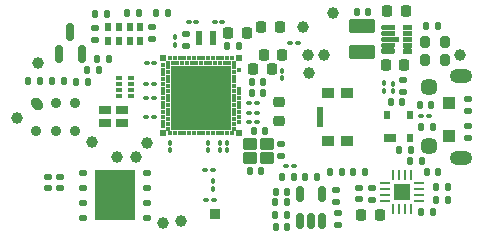
<source format=gbr>
G04 #@! TF.GenerationSoftware,KiCad,Pcbnew,7.0.10-7.0.10~ubuntu22.04.1*
G04 #@! TF.CreationDate,2024-02-23T22:34:40+01:00*
G04 #@! TF.ProjectId,dictofun,64696374-6f66-4756-9e2e-6b696361645f,rev?*
G04 #@! TF.SameCoordinates,Original*
G04 #@! TF.FileFunction,Soldermask,Top*
G04 #@! TF.FilePolarity,Negative*
%FSLAX45Y45*%
G04 Gerber Fmt 4.5, Leading zero omitted, Abs format (unit mm)*
G04 Created by KiCad (PCBNEW 7.0.10-7.0.10~ubuntu22.04.1) date 2024-02-23 22:34:40*
%MOMM*%
%LPD*%
G01*
G04 APERTURE LIST*
G04 Aperture macros list*
%AMRoundRect*
0 Rectangle with rounded corners*
0 $1 Rounding radius*
0 $2 $3 $4 $5 $6 $7 $8 $9 X,Y pos of 4 corners*
0 Add a 4 corners polygon primitive as box body*
4,1,4,$2,$3,$4,$5,$6,$7,$8,$9,$2,$3,0*
0 Add four circle primitives for the rounded corners*
1,1,$1+$1,$2,$3*
1,1,$1+$1,$4,$5*
1,1,$1+$1,$6,$7*
1,1,$1+$1,$8,$9*
0 Add four rect primitives between the rounded corners*
20,1,$1+$1,$2,$3,$4,$5,0*
20,1,$1+$1,$4,$5,$6,$7,0*
20,1,$1+$1,$6,$7,$8,$9,0*
20,1,$1+$1,$8,$9,$2,$3,0*%
%AMHorizOval*
0 Thick line with rounded ends*
0 $1 width*
0 $2 $3 position (X,Y) of the first rounded end (center of the circle)*
0 $4 $5 position (X,Y) of the second rounded end (center of the circle)*
0 Add line between two ends*
20,1,$1,$2,$3,$4,$5,0*
0 Add two circle primitives to create the rounded ends*
1,1,$1,$2,$3*
1,1,$1,$4,$5*%
G04 Aperture macros list end*
%ADD10C,0.010000*%
%ADD11RoundRect,0.140000X0.170000X-0.140000X0.170000X0.140000X-0.170000X0.140000X-0.170000X-0.140000X0*%
%ADD12RoundRect,0.062500X-0.062500X0.375000X-0.062500X-0.375000X0.062500X-0.375000X0.062500X0.375000X0*%
%ADD13RoundRect,0.062500X-0.375000X0.062500X-0.375000X-0.062500X0.375000X-0.062500X0.375000X0.062500X0*%
%ADD14R,1.450000X1.450000*%
%ADD15RoundRect,0.135000X0.135000X0.185000X-0.135000X0.185000X-0.135000X-0.185000X0.135000X-0.185000X0*%
%ADD16RoundRect,0.140000X0.140000X0.170000X-0.140000X0.170000X-0.140000X-0.170000X0.140000X-0.170000X0*%
%ADD17RoundRect,0.135000X-0.185000X0.135000X-0.185000X-0.135000X0.185000X-0.135000X0.185000X0.135000X0*%
%ADD18RoundRect,0.135000X-0.135000X-0.185000X0.135000X-0.185000X0.135000X0.185000X-0.135000X0.185000X0*%
%ADD19RoundRect,0.218750X0.218750X0.256250X-0.218750X0.256250X-0.218750X-0.256250X0.218750X-0.256250X0*%
%ADD20RoundRect,0.140000X-0.140000X-0.170000X0.140000X-0.170000X0.140000X0.170000X-0.140000X0.170000X0*%
%ADD21RoundRect,0.140000X-0.170000X0.140000X-0.170000X-0.140000X0.170000X-0.140000X0.170000X0.140000X0*%
%ADD22C,1.000000*%
%ADD23RoundRect,0.100000X-0.130000X-0.100000X0.130000X-0.100000X0.130000X0.100000X-0.130000X0.100000X0*%
%ADD24R,0.500000X0.800000*%
%ADD25RoundRect,0.100000X0.130000X0.100000X-0.130000X0.100000X-0.130000X-0.100000X0.130000X-0.100000X0*%
%ADD26RoundRect,0.100000X-0.100000X0.130000X-0.100000X-0.130000X0.100000X-0.130000X0.100000X0.130000X0*%
%ADD27R,0.600000X1.200000*%
%ADD28RoundRect,0.100000X0.100000X-0.130000X0.100000X0.130000X-0.100000X0.130000X-0.100000X-0.130000X0*%
%ADD29RoundRect,0.150000X0.150000X-0.587500X0.150000X0.587500X-0.150000X0.587500X-0.150000X-0.587500X0*%
%ADD30RoundRect,0.150000X0.150000X-0.512500X0.150000X0.512500X-0.150000X0.512500X-0.150000X-0.512500X0*%
%ADD31RoundRect,0.147500X-0.147500X-0.172500X0.147500X-0.172500X0.147500X0.172500X-0.147500X0.172500X0*%
%ADD32RoundRect,0.250000X-0.850000X0.375000X-0.850000X-0.375000X0.850000X-0.375000X0.850000X0.375000X0*%
%ADD33RoundRect,0.225000X0.225000X0.250000X-0.225000X0.250000X-0.225000X-0.250000X0.225000X-0.250000X0*%
%ADD34RoundRect,0.200000X0.200000X0.275000X-0.200000X0.275000X-0.200000X-0.275000X0.200000X-0.275000X0*%
%ADD35R,0.500000X0.400000*%
%ADD36R,0.500000X0.300000*%
%ADD37RoundRect,0.225000X-0.225000X-0.250000X0.225000X-0.250000X0.225000X0.250000X-0.225000X0.250000X0*%
%ADD38R,1.000000X0.900000*%
%ADD39R,0.550000X1.700000*%
%ADD40RoundRect,0.250000X-0.300000X0.300000X-0.300000X-0.300000X0.300000X-0.300000X0.300000X0.300000X0*%
%ADD41RoundRect,0.101600X-0.475000X-0.425000X0.475000X-0.425000X0.475000X0.425000X-0.475000X0.425000X0*%
%ADD42R,1.000000X0.800000*%
%ADD43RoundRect,0.147500X0.147500X0.172500X-0.147500X0.172500X-0.147500X-0.172500X0.147500X-0.172500X0*%
%ADD44C,0.910000*%
%ADD45HorizOval,0.910000X-0.100000X0.100000X0.100000X-0.100000X0*%
%ADD46RoundRect,0.125000X0.250000X0.125000X-0.250000X0.125000X-0.250000X-0.125000X0.250000X-0.125000X0*%
%ADD47R,3.400000X4.300000*%
%ADD48RoundRect,0.218750X0.256250X-0.218750X0.256250X0.218750X-0.256250X0.218750X-0.256250X-0.218750X0*%
%ADD49R,0.850000X0.850000*%
%ADD50C,0.814000*%
%ADD51RoundRect,0.102000X-2.438400X2.641600X-2.438400X-2.641600X2.438400X-2.641600X2.438400X2.641600X0*%
%ADD52C,0.604000*%
%ADD53C,0.429000*%
%ADD54R,1.000000X0.700000*%
%ADD55R,0.600000X0.700000*%
%ADD56O,1.900000X1.200000*%
%ADD57C,1.450000*%
G04 APERTURE END LIST*
D10*
X14921300Y-9320600D02*
X14921900Y-9320600D01*
X14922500Y-9320800D01*
X14923100Y-9320900D01*
X14923700Y-9321100D01*
X14924300Y-9321300D01*
X14924900Y-9321500D01*
X14925400Y-9321800D01*
X14926000Y-9322100D01*
X14926500Y-9322400D01*
X14927100Y-9322800D01*
X14927600Y-9323200D01*
X14928000Y-9323600D01*
X14928500Y-9324000D01*
X14928900Y-9324500D01*
X14929300Y-9324900D01*
X14929700Y-9325400D01*
X14930100Y-9326000D01*
X14930400Y-9326500D01*
X14930700Y-9327100D01*
X14931000Y-9327600D01*
X14931200Y-9328200D01*
X14931400Y-9328800D01*
X14931600Y-9329400D01*
X14931700Y-9330000D01*
X14931900Y-9330600D01*
X14931900Y-9331200D01*
X14932000Y-9331900D01*
X14932000Y-9332500D01*
X14932000Y-9347500D01*
X14932000Y-9348100D01*
X14931900Y-9348800D01*
X14931900Y-9349400D01*
X14931700Y-9350000D01*
X14931600Y-9350600D01*
X14931400Y-9351200D01*
X14931200Y-9351800D01*
X14931000Y-9352400D01*
X14930700Y-9352900D01*
X14930400Y-9353500D01*
X14930100Y-9354000D01*
X14929700Y-9354600D01*
X14929300Y-9355100D01*
X14928900Y-9355500D01*
X14928500Y-9356000D01*
X14928000Y-9356400D01*
X14927600Y-9356800D01*
X14927100Y-9357200D01*
X14926500Y-9357600D01*
X14926000Y-9357900D01*
X14925400Y-9358200D01*
X14924900Y-9358500D01*
X14924300Y-9358700D01*
X14923700Y-9358900D01*
X14923100Y-9359100D01*
X14922500Y-9359200D01*
X14921900Y-9359400D01*
X14921300Y-9359400D01*
X14920600Y-9359500D01*
X14920000Y-9359500D01*
X14870000Y-9359500D01*
X14869400Y-9359500D01*
X14868700Y-9359400D01*
X14868100Y-9359400D01*
X14867500Y-9359200D01*
X14866900Y-9359100D01*
X14866300Y-9358900D01*
X14865700Y-9358700D01*
X14865100Y-9358500D01*
X14864600Y-9358200D01*
X14864000Y-9357900D01*
X14863500Y-9357600D01*
X14862900Y-9357200D01*
X14862400Y-9356800D01*
X14862000Y-9356400D01*
X14861500Y-9356000D01*
X14861100Y-9355500D01*
X14860700Y-9355100D01*
X14860300Y-9354600D01*
X14859900Y-9354000D01*
X14859600Y-9353500D01*
X14859300Y-9352900D01*
X14859000Y-9352400D01*
X14858800Y-9351800D01*
X14858600Y-9351200D01*
X14858400Y-9350600D01*
X14858300Y-9350000D01*
X14858100Y-9349400D01*
X14858100Y-9348800D01*
X14858000Y-9348100D01*
X14858000Y-9347500D01*
X14858000Y-9332500D01*
X14858000Y-9331900D01*
X14858100Y-9331200D01*
X14858100Y-9330600D01*
X14858300Y-9330000D01*
X14858400Y-9329400D01*
X14858600Y-9328800D01*
X14858800Y-9328200D01*
X14859000Y-9327600D01*
X14859300Y-9327100D01*
X14859600Y-9326500D01*
X14859900Y-9326000D01*
X14860300Y-9325400D01*
X14860700Y-9324900D01*
X14861100Y-9324500D01*
X14861500Y-9324000D01*
X14862000Y-9323600D01*
X14862400Y-9323200D01*
X14862900Y-9322800D01*
X14863500Y-9322400D01*
X14864000Y-9322100D01*
X14864600Y-9321800D01*
X14865100Y-9321500D01*
X14865700Y-9321300D01*
X14866300Y-9321100D01*
X14866900Y-9320900D01*
X14867500Y-9320800D01*
X14868100Y-9320600D01*
X14868700Y-9320600D01*
X14869400Y-9320500D01*
X14870000Y-9320500D01*
X14920000Y-9320500D01*
X14920600Y-9320500D01*
X14921300Y-9320600D01*
G36*
X14921300Y-9320600D02*
G01*
X14921900Y-9320600D01*
X14922500Y-9320800D01*
X14923100Y-9320900D01*
X14923700Y-9321100D01*
X14924300Y-9321300D01*
X14924900Y-9321500D01*
X14925400Y-9321800D01*
X14926000Y-9322100D01*
X14926500Y-9322400D01*
X14927100Y-9322800D01*
X14927600Y-9323200D01*
X14928000Y-9323600D01*
X14928500Y-9324000D01*
X14928900Y-9324500D01*
X14929300Y-9324900D01*
X14929700Y-9325400D01*
X14930100Y-9326000D01*
X14930400Y-9326500D01*
X14930700Y-9327100D01*
X14931000Y-9327600D01*
X14931200Y-9328200D01*
X14931400Y-9328800D01*
X14931600Y-9329400D01*
X14931700Y-9330000D01*
X14931900Y-9330600D01*
X14931900Y-9331200D01*
X14932000Y-9331900D01*
X14932000Y-9332500D01*
X14932000Y-9347500D01*
X14932000Y-9348100D01*
X14931900Y-9348800D01*
X14931900Y-9349400D01*
X14931700Y-9350000D01*
X14931600Y-9350600D01*
X14931400Y-9351200D01*
X14931200Y-9351800D01*
X14931000Y-9352400D01*
X14930700Y-9352900D01*
X14930400Y-9353500D01*
X14930100Y-9354000D01*
X14929700Y-9354600D01*
X14929300Y-9355100D01*
X14928900Y-9355500D01*
X14928500Y-9356000D01*
X14928000Y-9356400D01*
X14927600Y-9356800D01*
X14927100Y-9357200D01*
X14926500Y-9357600D01*
X14926000Y-9357900D01*
X14925400Y-9358200D01*
X14924900Y-9358500D01*
X14924300Y-9358700D01*
X14923700Y-9358900D01*
X14923100Y-9359100D01*
X14922500Y-9359200D01*
X14921900Y-9359400D01*
X14921300Y-9359400D01*
X14920600Y-9359500D01*
X14920000Y-9359500D01*
X14870000Y-9359500D01*
X14869400Y-9359500D01*
X14868700Y-9359400D01*
X14868100Y-9359400D01*
X14867500Y-9359200D01*
X14866900Y-9359100D01*
X14866300Y-9358900D01*
X14865700Y-9358700D01*
X14865100Y-9358500D01*
X14864600Y-9358200D01*
X14864000Y-9357900D01*
X14863500Y-9357600D01*
X14862900Y-9357200D01*
X14862400Y-9356800D01*
X14862000Y-9356400D01*
X14861500Y-9356000D01*
X14861100Y-9355500D01*
X14860700Y-9355100D01*
X14860300Y-9354600D01*
X14859900Y-9354000D01*
X14859600Y-9353500D01*
X14859300Y-9352900D01*
X14859000Y-9352400D01*
X14858800Y-9351800D01*
X14858600Y-9351200D01*
X14858400Y-9350600D01*
X14858300Y-9350000D01*
X14858100Y-9349400D01*
X14858100Y-9348800D01*
X14858000Y-9348100D01*
X14858000Y-9347500D01*
X14858000Y-9332500D01*
X14858000Y-9331900D01*
X14858100Y-9331200D01*
X14858100Y-9330600D01*
X14858300Y-9330000D01*
X14858400Y-9329400D01*
X14858600Y-9328800D01*
X14858800Y-9328200D01*
X14859000Y-9327600D01*
X14859300Y-9327100D01*
X14859600Y-9326500D01*
X14859900Y-9326000D01*
X14860300Y-9325400D01*
X14860700Y-9324900D01*
X14861100Y-9324500D01*
X14861500Y-9324000D01*
X14862000Y-9323600D01*
X14862400Y-9323200D01*
X14862900Y-9322800D01*
X14863500Y-9322400D01*
X14864000Y-9322100D01*
X14864600Y-9321800D01*
X14865100Y-9321500D01*
X14865700Y-9321300D01*
X14866300Y-9321100D01*
X14866900Y-9320900D01*
X14867500Y-9320800D01*
X14868100Y-9320600D01*
X14868700Y-9320600D01*
X14869400Y-9320500D01*
X14870000Y-9320500D01*
X14920000Y-9320500D01*
X14920600Y-9320500D01*
X14921300Y-9320600D01*
G37*
X14921300Y-9270600D02*
X14921900Y-9270600D01*
X14922500Y-9270800D01*
X14923100Y-9270900D01*
X14923700Y-9271100D01*
X14924300Y-9271300D01*
X14924900Y-9271500D01*
X14925400Y-9271800D01*
X14926000Y-9272100D01*
X14926500Y-9272400D01*
X14927100Y-9272800D01*
X14927600Y-9273200D01*
X14928000Y-9273600D01*
X14928500Y-9274000D01*
X14928900Y-9274500D01*
X14929300Y-9274900D01*
X14929700Y-9275400D01*
X14930100Y-9276000D01*
X14930400Y-9276500D01*
X14930700Y-9277100D01*
X14931000Y-9277600D01*
X14931200Y-9278200D01*
X14931400Y-9278800D01*
X14931600Y-9279400D01*
X14931700Y-9280000D01*
X14931900Y-9280600D01*
X14931900Y-9281200D01*
X14932000Y-9281900D01*
X14932000Y-9282500D01*
X14932000Y-9297500D01*
X14932000Y-9298100D01*
X14931900Y-9298800D01*
X14931900Y-9299400D01*
X14931700Y-9300000D01*
X14931600Y-9300600D01*
X14931400Y-9301200D01*
X14931200Y-9301800D01*
X14931000Y-9302400D01*
X14930700Y-9302900D01*
X14930400Y-9303500D01*
X14930100Y-9304000D01*
X14929700Y-9304600D01*
X14929300Y-9305100D01*
X14928900Y-9305500D01*
X14928500Y-9306000D01*
X14928000Y-9306400D01*
X14927600Y-9306800D01*
X14927100Y-9307200D01*
X14926500Y-9307600D01*
X14926000Y-9307900D01*
X14925400Y-9308200D01*
X14924900Y-9308500D01*
X14924300Y-9308700D01*
X14923700Y-9308900D01*
X14923100Y-9309100D01*
X14922500Y-9309200D01*
X14921900Y-9309400D01*
X14921300Y-9309400D01*
X14920600Y-9309500D01*
X14920000Y-9309500D01*
X14870000Y-9309500D01*
X14869400Y-9309500D01*
X14868700Y-9309400D01*
X14868100Y-9309400D01*
X14867500Y-9309200D01*
X14866900Y-9309100D01*
X14866300Y-9308900D01*
X14865700Y-9308700D01*
X14865100Y-9308500D01*
X14864600Y-9308200D01*
X14864000Y-9307900D01*
X14863500Y-9307600D01*
X14862900Y-9307200D01*
X14862400Y-9306800D01*
X14862000Y-9306400D01*
X14861500Y-9306000D01*
X14861100Y-9305500D01*
X14860700Y-9305100D01*
X14860300Y-9304600D01*
X14859900Y-9304000D01*
X14859600Y-9303500D01*
X14859300Y-9302900D01*
X14859000Y-9302400D01*
X14858800Y-9301800D01*
X14858600Y-9301200D01*
X14858400Y-9300600D01*
X14858300Y-9300000D01*
X14858100Y-9299400D01*
X14858100Y-9298800D01*
X14858000Y-9298100D01*
X14858000Y-9297500D01*
X14858000Y-9282500D01*
X14858000Y-9281900D01*
X14858100Y-9281200D01*
X14858100Y-9280600D01*
X14858300Y-9280000D01*
X14858400Y-9279400D01*
X14858600Y-9278800D01*
X14858800Y-9278200D01*
X14859000Y-9277600D01*
X14859300Y-9277100D01*
X14859600Y-9276500D01*
X14859900Y-9276000D01*
X14860300Y-9275400D01*
X14860700Y-9274900D01*
X14861100Y-9274500D01*
X14861500Y-9274000D01*
X14862000Y-9273600D01*
X14862400Y-9273200D01*
X14862900Y-9272800D01*
X14863500Y-9272400D01*
X14864000Y-9272100D01*
X14864600Y-9271800D01*
X14865100Y-9271500D01*
X14865700Y-9271300D01*
X14866300Y-9271100D01*
X14866900Y-9270900D01*
X14867500Y-9270800D01*
X14868100Y-9270600D01*
X14868700Y-9270600D01*
X14869400Y-9270500D01*
X14870000Y-9270500D01*
X14920000Y-9270500D01*
X14920600Y-9270500D01*
X14921300Y-9270600D01*
G36*
X14921300Y-9270600D02*
G01*
X14921900Y-9270600D01*
X14922500Y-9270800D01*
X14923100Y-9270900D01*
X14923700Y-9271100D01*
X14924300Y-9271300D01*
X14924900Y-9271500D01*
X14925400Y-9271800D01*
X14926000Y-9272100D01*
X14926500Y-9272400D01*
X14927100Y-9272800D01*
X14927600Y-9273200D01*
X14928000Y-9273600D01*
X14928500Y-9274000D01*
X14928900Y-9274500D01*
X14929300Y-9274900D01*
X14929700Y-9275400D01*
X14930100Y-9276000D01*
X14930400Y-9276500D01*
X14930700Y-9277100D01*
X14931000Y-9277600D01*
X14931200Y-9278200D01*
X14931400Y-9278800D01*
X14931600Y-9279400D01*
X14931700Y-9280000D01*
X14931900Y-9280600D01*
X14931900Y-9281200D01*
X14932000Y-9281900D01*
X14932000Y-9282500D01*
X14932000Y-9297500D01*
X14932000Y-9298100D01*
X14931900Y-9298800D01*
X14931900Y-9299400D01*
X14931700Y-9300000D01*
X14931600Y-9300600D01*
X14931400Y-9301200D01*
X14931200Y-9301800D01*
X14931000Y-9302400D01*
X14930700Y-9302900D01*
X14930400Y-9303500D01*
X14930100Y-9304000D01*
X14929700Y-9304600D01*
X14929300Y-9305100D01*
X14928900Y-9305500D01*
X14928500Y-9306000D01*
X14928000Y-9306400D01*
X14927600Y-9306800D01*
X14927100Y-9307200D01*
X14926500Y-9307600D01*
X14926000Y-9307900D01*
X14925400Y-9308200D01*
X14924900Y-9308500D01*
X14924300Y-9308700D01*
X14923700Y-9308900D01*
X14923100Y-9309100D01*
X14922500Y-9309200D01*
X14921900Y-9309400D01*
X14921300Y-9309400D01*
X14920600Y-9309500D01*
X14920000Y-9309500D01*
X14870000Y-9309500D01*
X14869400Y-9309500D01*
X14868700Y-9309400D01*
X14868100Y-9309400D01*
X14867500Y-9309200D01*
X14866900Y-9309100D01*
X14866300Y-9308900D01*
X14865700Y-9308700D01*
X14865100Y-9308500D01*
X14864600Y-9308200D01*
X14864000Y-9307900D01*
X14863500Y-9307600D01*
X14862900Y-9307200D01*
X14862400Y-9306800D01*
X14862000Y-9306400D01*
X14861500Y-9306000D01*
X14861100Y-9305500D01*
X14860700Y-9305100D01*
X14860300Y-9304600D01*
X14859900Y-9304000D01*
X14859600Y-9303500D01*
X14859300Y-9302900D01*
X14859000Y-9302400D01*
X14858800Y-9301800D01*
X14858600Y-9301200D01*
X14858400Y-9300600D01*
X14858300Y-9300000D01*
X14858100Y-9299400D01*
X14858100Y-9298800D01*
X14858000Y-9298100D01*
X14858000Y-9297500D01*
X14858000Y-9282500D01*
X14858000Y-9281900D01*
X14858100Y-9281200D01*
X14858100Y-9280600D01*
X14858300Y-9280000D01*
X14858400Y-9279400D01*
X14858600Y-9278800D01*
X14858800Y-9278200D01*
X14859000Y-9277600D01*
X14859300Y-9277100D01*
X14859600Y-9276500D01*
X14859900Y-9276000D01*
X14860300Y-9275400D01*
X14860700Y-9274900D01*
X14861100Y-9274500D01*
X14861500Y-9274000D01*
X14862000Y-9273600D01*
X14862400Y-9273200D01*
X14862900Y-9272800D01*
X14863500Y-9272400D01*
X14864000Y-9272100D01*
X14864600Y-9271800D01*
X14865100Y-9271500D01*
X14865700Y-9271300D01*
X14866300Y-9271100D01*
X14866900Y-9270900D01*
X14867500Y-9270800D01*
X14868100Y-9270600D01*
X14868700Y-9270600D01*
X14869400Y-9270500D01*
X14870000Y-9270500D01*
X14920000Y-9270500D01*
X14920600Y-9270500D01*
X14921300Y-9270600D01*
G37*
X14921300Y-9220600D02*
X14921900Y-9220600D01*
X14922500Y-9220800D01*
X14923100Y-9220900D01*
X14923700Y-9221100D01*
X14924300Y-9221300D01*
X14924900Y-9221500D01*
X14925400Y-9221800D01*
X14926000Y-9222100D01*
X14926500Y-9222400D01*
X14927100Y-9222800D01*
X14927600Y-9223200D01*
X14928000Y-9223600D01*
X14928500Y-9224000D01*
X14928900Y-9224500D01*
X14929300Y-9224900D01*
X14929700Y-9225400D01*
X14930100Y-9226000D01*
X14930400Y-9226500D01*
X14930700Y-9227100D01*
X14931000Y-9227600D01*
X14931200Y-9228200D01*
X14931400Y-9228800D01*
X14931600Y-9229400D01*
X14931700Y-9230000D01*
X14931900Y-9230600D01*
X14931900Y-9231200D01*
X14932000Y-9231900D01*
X14932000Y-9232500D01*
X14932000Y-9247500D01*
X14932000Y-9248100D01*
X14931900Y-9248800D01*
X14931900Y-9249400D01*
X14931700Y-9250000D01*
X14931600Y-9250600D01*
X14931400Y-9251200D01*
X14931200Y-9251800D01*
X14931000Y-9252400D01*
X14930700Y-9252900D01*
X14930400Y-9253500D01*
X14930100Y-9254000D01*
X14929700Y-9254600D01*
X14929300Y-9255100D01*
X14928900Y-9255500D01*
X14928500Y-9256000D01*
X14928000Y-9256400D01*
X14927600Y-9256800D01*
X14927100Y-9257200D01*
X14926500Y-9257600D01*
X14926000Y-9257900D01*
X14925400Y-9258200D01*
X14924900Y-9258500D01*
X14924300Y-9258700D01*
X14923700Y-9258900D01*
X14923100Y-9259100D01*
X14922500Y-9259200D01*
X14921900Y-9259400D01*
X14921300Y-9259400D01*
X14920600Y-9259500D01*
X14920000Y-9259500D01*
X14870000Y-9259500D01*
X14869400Y-9259500D01*
X14868700Y-9259400D01*
X14868100Y-9259400D01*
X14867500Y-9259200D01*
X14866900Y-9259100D01*
X14866300Y-9258900D01*
X14865700Y-9258700D01*
X14865100Y-9258500D01*
X14864600Y-9258200D01*
X14864000Y-9257900D01*
X14863500Y-9257600D01*
X14862900Y-9257200D01*
X14862400Y-9256800D01*
X14862000Y-9256400D01*
X14861500Y-9256000D01*
X14861100Y-9255500D01*
X14860700Y-9255100D01*
X14860300Y-9254600D01*
X14859900Y-9254000D01*
X14859600Y-9253500D01*
X14859300Y-9252900D01*
X14859000Y-9252400D01*
X14858800Y-9251800D01*
X14858600Y-9251200D01*
X14858400Y-9250600D01*
X14858300Y-9250000D01*
X14858100Y-9249400D01*
X14858100Y-9248800D01*
X14858000Y-9248100D01*
X14858000Y-9247500D01*
X14858000Y-9232500D01*
X14858000Y-9231900D01*
X14858100Y-9231200D01*
X14858100Y-9230600D01*
X14858300Y-9230000D01*
X14858400Y-9229400D01*
X14858600Y-9228800D01*
X14858800Y-9228200D01*
X14859000Y-9227600D01*
X14859300Y-9227100D01*
X14859600Y-9226500D01*
X14859900Y-9226000D01*
X14860300Y-9225400D01*
X14860700Y-9224900D01*
X14861100Y-9224500D01*
X14861500Y-9224000D01*
X14862000Y-9223600D01*
X14862400Y-9223200D01*
X14862900Y-9222800D01*
X14863500Y-9222400D01*
X14864000Y-9222100D01*
X14864600Y-9221800D01*
X14865100Y-9221500D01*
X14865700Y-9221300D01*
X14866300Y-9221100D01*
X14866900Y-9220900D01*
X14867500Y-9220800D01*
X14868100Y-9220600D01*
X14868700Y-9220600D01*
X14869400Y-9220500D01*
X14870000Y-9220500D01*
X14920000Y-9220500D01*
X14920600Y-9220500D01*
X14921300Y-9220600D01*
G36*
X14921300Y-9220600D02*
G01*
X14921900Y-9220600D01*
X14922500Y-9220800D01*
X14923100Y-9220900D01*
X14923700Y-9221100D01*
X14924300Y-9221300D01*
X14924900Y-9221500D01*
X14925400Y-9221800D01*
X14926000Y-9222100D01*
X14926500Y-9222400D01*
X14927100Y-9222800D01*
X14927600Y-9223200D01*
X14928000Y-9223600D01*
X14928500Y-9224000D01*
X14928900Y-9224500D01*
X14929300Y-9224900D01*
X14929700Y-9225400D01*
X14930100Y-9226000D01*
X14930400Y-9226500D01*
X14930700Y-9227100D01*
X14931000Y-9227600D01*
X14931200Y-9228200D01*
X14931400Y-9228800D01*
X14931600Y-9229400D01*
X14931700Y-9230000D01*
X14931900Y-9230600D01*
X14931900Y-9231200D01*
X14932000Y-9231900D01*
X14932000Y-9232500D01*
X14932000Y-9247500D01*
X14932000Y-9248100D01*
X14931900Y-9248800D01*
X14931900Y-9249400D01*
X14931700Y-9250000D01*
X14931600Y-9250600D01*
X14931400Y-9251200D01*
X14931200Y-9251800D01*
X14931000Y-9252400D01*
X14930700Y-9252900D01*
X14930400Y-9253500D01*
X14930100Y-9254000D01*
X14929700Y-9254600D01*
X14929300Y-9255100D01*
X14928900Y-9255500D01*
X14928500Y-9256000D01*
X14928000Y-9256400D01*
X14927600Y-9256800D01*
X14927100Y-9257200D01*
X14926500Y-9257600D01*
X14926000Y-9257900D01*
X14925400Y-9258200D01*
X14924900Y-9258500D01*
X14924300Y-9258700D01*
X14923700Y-9258900D01*
X14923100Y-9259100D01*
X14922500Y-9259200D01*
X14921900Y-9259400D01*
X14921300Y-9259400D01*
X14920600Y-9259500D01*
X14920000Y-9259500D01*
X14870000Y-9259500D01*
X14869400Y-9259500D01*
X14868700Y-9259400D01*
X14868100Y-9259400D01*
X14867500Y-9259200D01*
X14866900Y-9259100D01*
X14866300Y-9258900D01*
X14865700Y-9258700D01*
X14865100Y-9258500D01*
X14864600Y-9258200D01*
X14864000Y-9257900D01*
X14863500Y-9257600D01*
X14862900Y-9257200D01*
X14862400Y-9256800D01*
X14862000Y-9256400D01*
X14861500Y-9256000D01*
X14861100Y-9255500D01*
X14860700Y-9255100D01*
X14860300Y-9254600D01*
X14859900Y-9254000D01*
X14859600Y-9253500D01*
X14859300Y-9252900D01*
X14859000Y-9252400D01*
X14858800Y-9251800D01*
X14858600Y-9251200D01*
X14858400Y-9250600D01*
X14858300Y-9250000D01*
X14858100Y-9249400D01*
X14858100Y-9248800D01*
X14858000Y-9248100D01*
X14858000Y-9247500D01*
X14858000Y-9232500D01*
X14858000Y-9231900D01*
X14858100Y-9231200D01*
X14858100Y-9230600D01*
X14858300Y-9230000D01*
X14858400Y-9229400D01*
X14858600Y-9228800D01*
X14858800Y-9228200D01*
X14859000Y-9227600D01*
X14859300Y-9227100D01*
X14859600Y-9226500D01*
X14859900Y-9226000D01*
X14860300Y-9225400D01*
X14860700Y-9224900D01*
X14861100Y-9224500D01*
X14861500Y-9224000D01*
X14862000Y-9223600D01*
X14862400Y-9223200D01*
X14862900Y-9222800D01*
X14863500Y-9222400D01*
X14864000Y-9222100D01*
X14864600Y-9221800D01*
X14865100Y-9221500D01*
X14865700Y-9221300D01*
X14866300Y-9221100D01*
X14866900Y-9220900D01*
X14867500Y-9220800D01*
X14868100Y-9220600D01*
X14868700Y-9220600D01*
X14869400Y-9220500D01*
X14870000Y-9220500D01*
X14920000Y-9220500D01*
X14920600Y-9220500D01*
X14921300Y-9220600D01*
G37*
X14921300Y-9170600D02*
X14921900Y-9170600D01*
X14922500Y-9170800D01*
X14923100Y-9170900D01*
X14923700Y-9171100D01*
X14924300Y-9171300D01*
X14924900Y-9171500D01*
X14925400Y-9171800D01*
X14926000Y-9172100D01*
X14926500Y-9172400D01*
X14927100Y-9172800D01*
X14927600Y-9173200D01*
X14928000Y-9173600D01*
X14928500Y-9174000D01*
X14928900Y-9174500D01*
X14929300Y-9174900D01*
X14929700Y-9175400D01*
X14930100Y-9176000D01*
X14930400Y-9176500D01*
X14930700Y-9177100D01*
X14931000Y-9177600D01*
X14931200Y-9178200D01*
X14931400Y-9178800D01*
X14931600Y-9179400D01*
X14931700Y-9180000D01*
X14931900Y-9180600D01*
X14931900Y-9181200D01*
X14932000Y-9181900D01*
X14932000Y-9182500D01*
X14932000Y-9197500D01*
X14932000Y-9198100D01*
X14931900Y-9198800D01*
X14931900Y-9199400D01*
X14931700Y-9200000D01*
X14931600Y-9200600D01*
X14931400Y-9201200D01*
X14931200Y-9201800D01*
X14931000Y-9202400D01*
X14930700Y-9202900D01*
X14930400Y-9203500D01*
X14930100Y-9204000D01*
X14929700Y-9204600D01*
X14929300Y-9205100D01*
X14928900Y-9205500D01*
X14928500Y-9206000D01*
X14928000Y-9206400D01*
X14927600Y-9206800D01*
X14927100Y-9207200D01*
X14926500Y-9207600D01*
X14926000Y-9207900D01*
X14925400Y-9208200D01*
X14924900Y-9208500D01*
X14924300Y-9208700D01*
X14923700Y-9208900D01*
X14923100Y-9209100D01*
X14922500Y-9209200D01*
X14921900Y-9209400D01*
X14921300Y-9209400D01*
X14920600Y-9209500D01*
X14920000Y-9209500D01*
X14870000Y-9209500D01*
X14869400Y-9209500D01*
X14868700Y-9209400D01*
X14868100Y-9209400D01*
X14867500Y-9209200D01*
X14866900Y-9209100D01*
X14866300Y-9208900D01*
X14865700Y-9208700D01*
X14865100Y-9208500D01*
X14864600Y-9208200D01*
X14864000Y-9207900D01*
X14863500Y-9207600D01*
X14862900Y-9207200D01*
X14862400Y-9206800D01*
X14862000Y-9206400D01*
X14861500Y-9206000D01*
X14861100Y-9205500D01*
X14860700Y-9205100D01*
X14860300Y-9204600D01*
X14859900Y-9204000D01*
X14859600Y-9203500D01*
X14859300Y-9202900D01*
X14859000Y-9202400D01*
X14858800Y-9201800D01*
X14858600Y-9201200D01*
X14858400Y-9200600D01*
X14858300Y-9200000D01*
X14858100Y-9199400D01*
X14858100Y-9198800D01*
X14858000Y-9198100D01*
X14858000Y-9197500D01*
X14858000Y-9182500D01*
X14858000Y-9181900D01*
X14858100Y-9181200D01*
X14858100Y-9180600D01*
X14858300Y-9180000D01*
X14858400Y-9179400D01*
X14858600Y-9178800D01*
X14858800Y-9178200D01*
X14859000Y-9177600D01*
X14859300Y-9177100D01*
X14859600Y-9176500D01*
X14859900Y-9176000D01*
X14860300Y-9175400D01*
X14860700Y-9174900D01*
X14861100Y-9174500D01*
X14861500Y-9174000D01*
X14862000Y-9173600D01*
X14862400Y-9173200D01*
X14862900Y-9172800D01*
X14863500Y-9172400D01*
X14864000Y-9172100D01*
X14864600Y-9171800D01*
X14865100Y-9171500D01*
X14865700Y-9171300D01*
X14866300Y-9171100D01*
X14866900Y-9170900D01*
X14867500Y-9170800D01*
X14868100Y-9170600D01*
X14868700Y-9170600D01*
X14869400Y-9170500D01*
X14870000Y-9170500D01*
X14920000Y-9170500D01*
X14920600Y-9170500D01*
X14921300Y-9170600D01*
G36*
X14921300Y-9170600D02*
G01*
X14921900Y-9170600D01*
X14922500Y-9170800D01*
X14923100Y-9170900D01*
X14923700Y-9171100D01*
X14924300Y-9171300D01*
X14924900Y-9171500D01*
X14925400Y-9171800D01*
X14926000Y-9172100D01*
X14926500Y-9172400D01*
X14927100Y-9172800D01*
X14927600Y-9173200D01*
X14928000Y-9173600D01*
X14928500Y-9174000D01*
X14928900Y-9174500D01*
X14929300Y-9174900D01*
X14929700Y-9175400D01*
X14930100Y-9176000D01*
X14930400Y-9176500D01*
X14930700Y-9177100D01*
X14931000Y-9177600D01*
X14931200Y-9178200D01*
X14931400Y-9178800D01*
X14931600Y-9179400D01*
X14931700Y-9180000D01*
X14931900Y-9180600D01*
X14931900Y-9181200D01*
X14932000Y-9181900D01*
X14932000Y-9182500D01*
X14932000Y-9197500D01*
X14932000Y-9198100D01*
X14931900Y-9198800D01*
X14931900Y-9199400D01*
X14931700Y-9200000D01*
X14931600Y-9200600D01*
X14931400Y-9201200D01*
X14931200Y-9201800D01*
X14931000Y-9202400D01*
X14930700Y-9202900D01*
X14930400Y-9203500D01*
X14930100Y-9204000D01*
X14929700Y-9204600D01*
X14929300Y-9205100D01*
X14928900Y-9205500D01*
X14928500Y-9206000D01*
X14928000Y-9206400D01*
X14927600Y-9206800D01*
X14927100Y-9207200D01*
X14926500Y-9207600D01*
X14926000Y-9207900D01*
X14925400Y-9208200D01*
X14924900Y-9208500D01*
X14924300Y-9208700D01*
X14923700Y-9208900D01*
X14923100Y-9209100D01*
X14922500Y-9209200D01*
X14921900Y-9209400D01*
X14921300Y-9209400D01*
X14920600Y-9209500D01*
X14920000Y-9209500D01*
X14870000Y-9209500D01*
X14869400Y-9209500D01*
X14868700Y-9209400D01*
X14868100Y-9209400D01*
X14867500Y-9209200D01*
X14866900Y-9209100D01*
X14866300Y-9208900D01*
X14865700Y-9208700D01*
X14865100Y-9208500D01*
X14864600Y-9208200D01*
X14864000Y-9207900D01*
X14863500Y-9207600D01*
X14862900Y-9207200D01*
X14862400Y-9206800D01*
X14862000Y-9206400D01*
X14861500Y-9206000D01*
X14861100Y-9205500D01*
X14860700Y-9205100D01*
X14860300Y-9204600D01*
X14859900Y-9204000D01*
X14859600Y-9203500D01*
X14859300Y-9202900D01*
X14859000Y-9202400D01*
X14858800Y-9201800D01*
X14858600Y-9201200D01*
X14858400Y-9200600D01*
X14858300Y-9200000D01*
X14858100Y-9199400D01*
X14858100Y-9198800D01*
X14858000Y-9198100D01*
X14858000Y-9197500D01*
X14858000Y-9182500D01*
X14858000Y-9181900D01*
X14858100Y-9181200D01*
X14858100Y-9180600D01*
X14858300Y-9180000D01*
X14858400Y-9179400D01*
X14858600Y-9178800D01*
X14858800Y-9178200D01*
X14859000Y-9177600D01*
X14859300Y-9177100D01*
X14859600Y-9176500D01*
X14859900Y-9176000D01*
X14860300Y-9175400D01*
X14860700Y-9174900D01*
X14861100Y-9174500D01*
X14861500Y-9174000D01*
X14862000Y-9173600D01*
X14862400Y-9173200D01*
X14862900Y-9172800D01*
X14863500Y-9172400D01*
X14864000Y-9172100D01*
X14864600Y-9171800D01*
X14865100Y-9171500D01*
X14865700Y-9171300D01*
X14866300Y-9171100D01*
X14866900Y-9170900D01*
X14867500Y-9170800D01*
X14868100Y-9170600D01*
X14868700Y-9170600D01*
X14869400Y-9170500D01*
X14870000Y-9170500D01*
X14920000Y-9170500D01*
X14920600Y-9170500D01*
X14921300Y-9170600D01*
G37*
X14921300Y-9120600D02*
X14921900Y-9120600D01*
X14922500Y-9120800D01*
X14923100Y-9120900D01*
X14923700Y-9121100D01*
X14924300Y-9121300D01*
X14924900Y-9121500D01*
X14925400Y-9121800D01*
X14926000Y-9122100D01*
X14926500Y-9122400D01*
X14927100Y-9122800D01*
X14927600Y-9123200D01*
X14928000Y-9123600D01*
X14928500Y-9124000D01*
X14928900Y-9124500D01*
X14929300Y-9124900D01*
X14929700Y-9125400D01*
X14930100Y-9126000D01*
X14930400Y-9126500D01*
X14930700Y-9127100D01*
X14931000Y-9127600D01*
X14931200Y-9128200D01*
X14931400Y-9128800D01*
X14931600Y-9129400D01*
X14931700Y-9130000D01*
X14931900Y-9130600D01*
X14931900Y-9131200D01*
X14932000Y-9131900D01*
X14932000Y-9132500D01*
X14932000Y-9147500D01*
X14932000Y-9148100D01*
X14931900Y-9148800D01*
X14931900Y-9149400D01*
X14931700Y-9150000D01*
X14931600Y-9150600D01*
X14931400Y-9151200D01*
X14931200Y-9151800D01*
X14931000Y-9152400D01*
X14930700Y-9152900D01*
X14930400Y-9153500D01*
X14930100Y-9154000D01*
X14929700Y-9154600D01*
X14929300Y-9155100D01*
X14928900Y-9155500D01*
X14928500Y-9156000D01*
X14928000Y-9156400D01*
X14927600Y-9156800D01*
X14927100Y-9157200D01*
X14926500Y-9157600D01*
X14926000Y-9157900D01*
X14925400Y-9158200D01*
X14924900Y-9158500D01*
X14924300Y-9158700D01*
X14923700Y-9158900D01*
X14923100Y-9159100D01*
X14922500Y-9159200D01*
X14921900Y-9159400D01*
X14921300Y-9159400D01*
X14920600Y-9159500D01*
X14920000Y-9159500D01*
X14870000Y-9159500D01*
X14869400Y-9159500D01*
X14868700Y-9159400D01*
X14868100Y-9159400D01*
X14867500Y-9159200D01*
X14866900Y-9159100D01*
X14866300Y-9158900D01*
X14865700Y-9158700D01*
X14865100Y-9158500D01*
X14864600Y-9158200D01*
X14864000Y-9157900D01*
X14863500Y-9157600D01*
X14862900Y-9157200D01*
X14862400Y-9156800D01*
X14862000Y-9156400D01*
X14861500Y-9156000D01*
X14861100Y-9155500D01*
X14860700Y-9155100D01*
X14860300Y-9154600D01*
X14859900Y-9154000D01*
X14859600Y-9153500D01*
X14859300Y-9152900D01*
X14859000Y-9152400D01*
X14858800Y-9151800D01*
X14858600Y-9151200D01*
X14858400Y-9150600D01*
X14858300Y-9150000D01*
X14858100Y-9149400D01*
X14858100Y-9148800D01*
X14858000Y-9148100D01*
X14858000Y-9147500D01*
X14858000Y-9132500D01*
X14858000Y-9131900D01*
X14858100Y-9131200D01*
X14858100Y-9130600D01*
X14858300Y-9130000D01*
X14858400Y-9129400D01*
X14858600Y-9128800D01*
X14858800Y-9128200D01*
X14859000Y-9127600D01*
X14859300Y-9127100D01*
X14859600Y-9126500D01*
X14859900Y-9126000D01*
X14860300Y-9125400D01*
X14860700Y-9124900D01*
X14861100Y-9124500D01*
X14861500Y-9124000D01*
X14862000Y-9123600D01*
X14862400Y-9123200D01*
X14862900Y-9122800D01*
X14863500Y-9122400D01*
X14864000Y-9122100D01*
X14864600Y-9121800D01*
X14865100Y-9121500D01*
X14865700Y-9121300D01*
X14866300Y-9121100D01*
X14866900Y-9120900D01*
X14867500Y-9120800D01*
X14868100Y-9120600D01*
X14868700Y-9120600D01*
X14869400Y-9120500D01*
X14870000Y-9120500D01*
X14920000Y-9120500D01*
X14920600Y-9120500D01*
X14921300Y-9120600D01*
G36*
X14921300Y-9120600D02*
G01*
X14921900Y-9120600D01*
X14922500Y-9120800D01*
X14923100Y-9120900D01*
X14923700Y-9121100D01*
X14924300Y-9121300D01*
X14924900Y-9121500D01*
X14925400Y-9121800D01*
X14926000Y-9122100D01*
X14926500Y-9122400D01*
X14927100Y-9122800D01*
X14927600Y-9123200D01*
X14928000Y-9123600D01*
X14928500Y-9124000D01*
X14928900Y-9124500D01*
X14929300Y-9124900D01*
X14929700Y-9125400D01*
X14930100Y-9126000D01*
X14930400Y-9126500D01*
X14930700Y-9127100D01*
X14931000Y-9127600D01*
X14931200Y-9128200D01*
X14931400Y-9128800D01*
X14931600Y-9129400D01*
X14931700Y-9130000D01*
X14931900Y-9130600D01*
X14931900Y-9131200D01*
X14932000Y-9131900D01*
X14932000Y-9132500D01*
X14932000Y-9147500D01*
X14932000Y-9148100D01*
X14931900Y-9148800D01*
X14931900Y-9149400D01*
X14931700Y-9150000D01*
X14931600Y-9150600D01*
X14931400Y-9151200D01*
X14931200Y-9151800D01*
X14931000Y-9152400D01*
X14930700Y-9152900D01*
X14930400Y-9153500D01*
X14930100Y-9154000D01*
X14929700Y-9154600D01*
X14929300Y-9155100D01*
X14928900Y-9155500D01*
X14928500Y-9156000D01*
X14928000Y-9156400D01*
X14927600Y-9156800D01*
X14927100Y-9157200D01*
X14926500Y-9157600D01*
X14926000Y-9157900D01*
X14925400Y-9158200D01*
X14924900Y-9158500D01*
X14924300Y-9158700D01*
X14923700Y-9158900D01*
X14923100Y-9159100D01*
X14922500Y-9159200D01*
X14921900Y-9159400D01*
X14921300Y-9159400D01*
X14920600Y-9159500D01*
X14920000Y-9159500D01*
X14870000Y-9159500D01*
X14869400Y-9159500D01*
X14868700Y-9159400D01*
X14868100Y-9159400D01*
X14867500Y-9159200D01*
X14866900Y-9159100D01*
X14866300Y-9158900D01*
X14865700Y-9158700D01*
X14865100Y-9158500D01*
X14864600Y-9158200D01*
X14864000Y-9157900D01*
X14863500Y-9157600D01*
X14862900Y-9157200D01*
X14862400Y-9156800D01*
X14862000Y-9156400D01*
X14861500Y-9156000D01*
X14861100Y-9155500D01*
X14860700Y-9155100D01*
X14860300Y-9154600D01*
X14859900Y-9154000D01*
X14859600Y-9153500D01*
X14859300Y-9152900D01*
X14859000Y-9152400D01*
X14858800Y-9151800D01*
X14858600Y-9151200D01*
X14858400Y-9150600D01*
X14858300Y-9150000D01*
X14858100Y-9149400D01*
X14858100Y-9148800D01*
X14858000Y-9148100D01*
X14858000Y-9147500D01*
X14858000Y-9132500D01*
X14858000Y-9131900D01*
X14858100Y-9131200D01*
X14858100Y-9130600D01*
X14858300Y-9130000D01*
X14858400Y-9129400D01*
X14858600Y-9128800D01*
X14858800Y-9128200D01*
X14859000Y-9127600D01*
X14859300Y-9127100D01*
X14859600Y-9126500D01*
X14859900Y-9126000D01*
X14860300Y-9125400D01*
X14860700Y-9124900D01*
X14861100Y-9124500D01*
X14861500Y-9124000D01*
X14862000Y-9123600D01*
X14862400Y-9123200D01*
X14862900Y-9122800D01*
X14863500Y-9122400D01*
X14864000Y-9122100D01*
X14864600Y-9121800D01*
X14865100Y-9121500D01*
X14865700Y-9121300D01*
X14866300Y-9121100D01*
X14866900Y-9120900D01*
X14867500Y-9120800D01*
X14868100Y-9120600D01*
X14868700Y-9120600D01*
X14869400Y-9120500D01*
X14870000Y-9120500D01*
X14920000Y-9120500D01*
X14920600Y-9120500D01*
X14921300Y-9120600D01*
G37*
X14771300Y-9320600D02*
X14771900Y-9320600D01*
X14772500Y-9320800D01*
X14773100Y-9320900D01*
X14773700Y-9321100D01*
X14774300Y-9321300D01*
X14774900Y-9321500D01*
X14775400Y-9321800D01*
X14776000Y-9322100D01*
X14776500Y-9322400D01*
X14777100Y-9322800D01*
X14777600Y-9323200D01*
X14778000Y-9323600D01*
X14778500Y-9324000D01*
X14778900Y-9324500D01*
X14779300Y-9324900D01*
X14779700Y-9325400D01*
X14780100Y-9326000D01*
X14780400Y-9326500D01*
X14780700Y-9327100D01*
X14781000Y-9327600D01*
X14781200Y-9328200D01*
X14781400Y-9328800D01*
X14781600Y-9329400D01*
X14781700Y-9330000D01*
X14781900Y-9330600D01*
X14781900Y-9331200D01*
X14782000Y-9331900D01*
X14782000Y-9332500D01*
X14782000Y-9347500D01*
X14782000Y-9348100D01*
X14781900Y-9348800D01*
X14781900Y-9349400D01*
X14781700Y-9350000D01*
X14781600Y-9350600D01*
X14781400Y-9351200D01*
X14781200Y-9351800D01*
X14781000Y-9352400D01*
X14780700Y-9352900D01*
X14780400Y-9353500D01*
X14780100Y-9354000D01*
X14779700Y-9354600D01*
X14779300Y-9355100D01*
X14778900Y-9355500D01*
X14778500Y-9356000D01*
X14778000Y-9356400D01*
X14777600Y-9356800D01*
X14777100Y-9357200D01*
X14776500Y-9357600D01*
X14776000Y-9357900D01*
X14775400Y-9358200D01*
X14774900Y-9358500D01*
X14774300Y-9358700D01*
X14773700Y-9358900D01*
X14773100Y-9359100D01*
X14772500Y-9359200D01*
X14771900Y-9359400D01*
X14771300Y-9359400D01*
X14770600Y-9359500D01*
X14770000Y-9359500D01*
X14690000Y-9359500D01*
X14689400Y-9359500D01*
X14688700Y-9359400D01*
X14688100Y-9359400D01*
X14687500Y-9359200D01*
X14686900Y-9359100D01*
X14686300Y-9358900D01*
X14685700Y-9358700D01*
X14685100Y-9358500D01*
X14684600Y-9358200D01*
X14684000Y-9357900D01*
X14683500Y-9357600D01*
X14682900Y-9357200D01*
X14682400Y-9356800D01*
X14682000Y-9356400D01*
X14681500Y-9356000D01*
X14681100Y-9355500D01*
X14680700Y-9355100D01*
X14680300Y-9354600D01*
X14679900Y-9354000D01*
X14679600Y-9353500D01*
X14679300Y-9352900D01*
X14679000Y-9352400D01*
X14678800Y-9351800D01*
X14678600Y-9351200D01*
X14678400Y-9350600D01*
X14678300Y-9350000D01*
X14678100Y-9349400D01*
X14678100Y-9348800D01*
X14678000Y-9348100D01*
X14678000Y-9347500D01*
X14678000Y-9332500D01*
X14678000Y-9331900D01*
X14678100Y-9331200D01*
X14678100Y-9330600D01*
X14678300Y-9330000D01*
X14678400Y-9329400D01*
X14678600Y-9328800D01*
X14678800Y-9328200D01*
X14679000Y-9327600D01*
X14679300Y-9327100D01*
X14679600Y-9326500D01*
X14679900Y-9326000D01*
X14680300Y-9325400D01*
X14680700Y-9324900D01*
X14681100Y-9324500D01*
X14681500Y-9324000D01*
X14682000Y-9323600D01*
X14682400Y-9323200D01*
X14682900Y-9322800D01*
X14683500Y-9322400D01*
X14684000Y-9322100D01*
X14684600Y-9321800D01*
X14685100Y-9321500D01*
X14685700Y-9321300D01*
X14686300Y-9321100D01*
X14686900Y-9320900D01*
X14687500Y-9320800D01*
X14688100Y-9320600D01*
X14688700Y-9320600D01*
X14689400Y-9320500D01*
X14690000Y-9320500D01*
X14770000Y-9320500D01*
X14770600Y-9320500D01*
X14771300Y-9320600D01*
G36*
X14771300Y-9320600D02*
G01*
X14771900Y-9320600D01*
X14772500Y-9320800D01*
X14773100Y-9320900D01*
X14773700Y-9321100D01*
X14774300Y-9321300D01*
X14774900Y-9321500D01*
X14775400Y-9321800D01*
X14776000Y-9322100D01*
X14776500Y-9322400D01*
X14777100Y-9322800D01*
X14777600Y-9323200D01*
X14778000Y-9323600D01*
X14778500Y-9324000D01*
X14778900Y-9324500D01*
X14779300Y-9324900D01*
X14779700Y-9325400D01*
X14780100Y-9326000D01*
X14780400Y-9326500D01*
X14780700Y-9327100D01*
X14781000Y-9327600D01*
X14781200Y-9328200D01*
X14781400Y-9328800D01*
X14781600Y-9329400D01*
X14781700Y-9330000D01*
X14781900Y-9330600D01*
X14781900Y-9331200D01*
X14782000Y-9331900D01*
X14782000Y-9332500D01*
X14782000Y-9347500D01*
X14782000Y-9348100D01*
X14781900Y-9348800D01*
X14781900Y-9349400D01*
X14781700Y-9350000D01*
X14781600Y-9350600D01*
X14781400Y-9351200D01*
X14781200Y-9351800D01*
X14781000Y-9352400D01*
X14780700Y-9352900D01*
X14780400Y-9353500D01*
X14780100Y-9354000D01*
X14779700Y-9354600D01*
X14779300Y-9355100D01*
X14778900Y-9355500D01*
X14778500Y-9356000D01*
X14778000Y-9356400D01*
X14777600Y-9356800D01*
X14777100Y-9357200D01*
X14776500Y-9357600D01*
X14776000Y-9357900D01*
X14775400Y-9358200D01*
X14774900Y-9358500D01*
X14774300Y-9358700D01*
X14773700Y-9358900D01*
X14773100Y-9359100D01*
X14772500Y-9359200D01*
X14771900Y-9359400D01*
X14771300Y-9359400D01*
X14770600Y-9359500D01*
X14770000Y-9359500D01*
X14690000Y-9359500D01*
X14689400Y-9359500D01*
X14688700Y-9359400D01*
X14688100Y-9359400D01*
X14687500Y-9359200D01*
X14686900Y-9359100D01*
X14686300Y-9358900D01*
X14685700Y-9358700D01*
X14685100Y-9358500D01*
X14684600Y-9358200D01*
X14684000Y-9357900D01*
X14683500Y-9357600D01*
X14682900Y-9357200D01*
X14682400Y-9356800D01*
X14682000Y-9356400D01*
X14681500Y-9356000D01*
X14681100Y-9355500D01*
X14680700Y-9355100D01*
X14680300Y-9354600D01*
X14679900Y-9354000D01*
X14679600Y-9353500D01*
X14679300Y-9352900D01*
X14679000Y-9352400D01*
X14678800Y-9351800D01*
X14678600Y-9351200D01*
X14678400Y-9350600D01*
X14678300Y-9350000D01*
X14678100Y-9349400D01*
X14678100Y-9348800D01*
X14678000Y-9348100D01*
X14678000Y-9347500D01*
X14678000Y-9332500D01*
X14678000Y-9331900D01*
X14678100Y-9331200D01*
X14678100Y-9330600D01*
X14678300Y-9330000D01*
X14678400Y-9329400D01*
X14678600Y-9328800D01*
X14678800Y-9328200D01*
X14679000Y-9327600D01*
X14679300Y-9327100D01*
X14679600Y-9326500D01*
X14679900Y-9326000D01*
X14680300Y-9325400D01*
X14680700Y-9324900D01*
X14681100Y-9324500D01*
X14681500Y-9324000D01*
X14682000Y-9323600D01*
X14682400Y-9323200D01*
X14682900Y-9322800D01*
X14683500Y-9322400D01*
X14684000Y-9322100D01*
X14684600Y-9321800D01*
X14685100Y-9321500D01*
X14685700Y-9321300D01*
X14686300Y-9321100D01*
X14686900Y-9320900D01*
X14687500Y-9320800D01*
X14688100Y-9320600D01*
X14688700Y-9320600D01*
X14689400Y-9320500D01*
X14690000Y-9320500D01*
X14770000Y-9320500D01*
X14770600Y-9320500D01*
X14771300Y-9320600D01*
G37*
X14771300Y-9270600D02*
X14771900Y-9270600D01*
X14772500Y-9270800D01*
X14773100Y-9270900D01*
X14773700Y-9271100D01*
X14774300Y-9271300D01*
X14774900Y-9271500D01*
X14775400Y-9271800D01*
X14776000Y-9272100D01*
X14776500Y-9272400D01*
X14777100Y-9272800D01*
X14777600Y-9273200D01*
X14778000Y-9273600D01*
X14778500Y-9274000D01*
X14778900Y-9274500D01*
X14779300Y-9274900D01*
X14779700Y-9275400D01*
X14780100Y-9276000D01*
X14780400Y-9276500D01*
X14780700Y-9277100D01*
X14781000Y-9277600D01*
X14781200Y-9278200D01*
X14781400Y-9278800D01*
X14781600Y-9279400D01*
X14781700Y-9280000D01*
X14781900Y-9280600D01*
X14781900Y-9281200D01*
X14782000Y-9281900D01*
X14782000Y-9282500D01*
X14782000Y-9297500D01*
X14782000Y-9298100D01*
X14781900Y-9298800D01*
X14781900Y-9299400D01*
X14781700Y-9300000D01*
X14781600Y-9300600D01*
X14781400Y-9301200D01*
X14781200Y-9301800D01*
X14781000Y-9302400D01*
X14780700Y-9302900D01*
X14780400Y-9303500D01*
X14780100Y-9304000D01*
X14779700Y-9304600D01*
X14779300Y-9305100D01*
X14778900Y-9305500D01*
X14778500Y-9306000D01*
X14778000Y-9306400D01*
X14777600Y-9306800D01*
X14777100Y-9307200D01*
X14776500Y-9307600D01*
X14776000Y-9307900D01*
X14775400Y-9308200D01*
X14774900Y-9308500D01*
X14774300Y-9308700D01*
X14773700Y-9308900D01*
X14773100Y-9309100D01*
X14772500Y-9309200D01*
X14771900Y-9309400D01*
X14771300Y-9309400D01*
X14770600Y-9309500D01*
X14770000Y-9309500D01*
X14690000Y-9309500D01*
X14689400Y-9309500D01*
X14688700Y-9309400D01*
X14688100Y-9309400D01*
X14687500Y-9309200D01*
X14686900Y-9309100D01*
X14686300Y-9308900D01*
X14685700Y-9308700D01*
X14685100Y-9308500D01*
X14684600Y-9308200D01*
X14684000Y-9307900D01*
X14683500Y-9307600D01*
X14682900Y-9307200D01*
X14682400Y-9306800D01*
X14682000Y-9306400D01*
X14681500Y-9306000D01*
X14681100Y-9305500D01*
X14680700Y-9305100D01*
X14680300Y-9304600D01*
X14679900Y-9304000D01*
X14679600Y-9303500D01*
X14679300Y-9302900D01*
X14679000Y-9302400D01*
X14678800Y-9301800D01*
X14678600Y-9301200D01*
X14678400Y-9300600D01*
X14678300Y-9300000D01*
X14678100Y-9299400D01*
X14678100Y-9298800D01*
X14678000Y-9298100D01*
X14678000Y-9297500D01*
X14678000Y-9282500D01*
X14678000Y-9281900D01*
X14678100Y-9281200D01*
X14678100Y-9280600D01*
X14678300Y-9280000D01*
X14678400Y-9279400D01*
X14678600Y-9278800D01*
X14678800Y-9278200D01*
X14679000Y-9277600D01*
X14679300Y-9277100D01*
X14679600Y-9276500D01*
X14679900Y-9276000D01*
X14680300Y-9275400D01*
X14680700Y-9274900D01*
X14681100Y-9274500D01*
X14681500Y-9274000D01*
X14682000Y-9273600D01*
X14682400Y-9273200D01*
X14682900Y-9272800D01*
X14683500Y-9272400D01*
X14684000Y-9272100D01*
X14684600Y-9271800D01*
X14685100Y-9271500D01*
X14685700Y-9271300D01*
X14686300Y-9271100D01*
X14686900Y-9270900D01*
X14687500Y-9270800D01*
X14688100Y-9270600D01*
X14688700Y-9270600D01*
X14689400Y-9270500D01*
X14690000Y-9270500D01*
X14770000Y-9270500D01*
X14770600Y-9270500D01*
X14771300Y-9270600D01*
G36*
X14771300Y-9270600D02*
G01*
X14771900Y-9270600D01*
X14772500Y-9270800D01*
X14773100Y-9270900D01*
X14773700Y-9271100D01*
X14774300Y-9271300D01*
X14774900Y-9271500D01*
X14775400Y-9271800D01*
X14776000Y-9272100D01*
X14776500Y-9272400D01*
X14777100Y-9272800D01*
X14777600Y-9273200D01*
X14778000Y-9273600D01*
X14778500Y-9274000D01*
X14778900Y-9274500D01*
X14779300Y-9274900D01*
X14779700Y-9275400D01*
X14780100Y-9276000D01*
X14780400Y-9276500D01*
X14780700Y-9277100D01*
X14781000Y-9277600D01*
X14781200Y-9278200D01*
X14781400Y-9278800D01*
X14781600Y-9279400D01*
X14781700Y-9280000D01*
X14781900Y-9280600D01*
X14781900Y-9281200D01*
X14782000Y-9281900D01*
X14782000Y-9282500D01*
X14782000Y-9297500D01*
X14782000Y-9298100D01*
X14781900Y-9298800D01*
X14781900Y-9299400D01*
X14781700Y-9300000D01*
X14781600Y-9300600D01*
X14781400Y-9301200D01*
X14781200Y-9301800D01*
X14781000Y-9302400D01*
X14780700Y-9302900D01*
X14780400Y-9303500D01*
X14780100Y-9304000D01*
X14779700Y-9304600D01*
X14779300Y-9305100D01*
X14778900Y-9305500D01*
X14778500Y-9306000D01*
X14778000Y-9306400D01*
X14777600Y-9306800D01*
X14777100Y-9307200D01*
X14776500Y-9307600D01*
X14776000Y-9307900D01*
X14775400Y-9308200D01*
X14774900Y-9308500D01*
X14774300Y-9308700D01*
X14773700Y-9308900D01*
X14773100Y-9309100D01*
X14772500Y-9309200D01*
X14771900Y-9309400D01*
X14771300Y-9309400D01*
X14770600Y-9309500D01*
X14770000Y-9309500D01*
X14690000Y-9309500D01*
X14689400Y-9309500D01*
X14688700Y-9309400D01*
X14688100Y-9309400D01*
X14687500Y-9309200D01*
X14686900Y-9309100D01*
X14686300Y-9308900D01*
X14685700Y-9308700D01*
X14685100Y-9308500D01*
X14684600Y-9308200D01*
X14684000Y-9307900D01*
X14683500Y-9307600D01*
X14682900Y-9307200D01*
X14682400Y-9306800D01*
X14682000Y-9306400D01*
X14681500Y-9306000D01*
X14681100Y-9305500D01*
X14680700Y-9305100D01*
X14680300Y-9304600D01*
X14679900Y-9304000D01*
X14679600Y-9303500D01*
X14679300Y-9302900D01*
X14679000Y-9302400D01*
X14678800Y-9301800D01*
X14678600Y-9301200D01*
X14678400Y-9300600D01*
X14678300Y-9300000D01*
X14678100Y-9299400D01*
X14678100Y-9298800D01*
X14678000Y-9298100D01*
X14678000Y-9297500D01*
X14678000Y-9282500D01*
X14678000Y-9281900D01*
X14678100Y-9281200D01*
X14678100Y-9280600D01*
X14678300Y-9280000D01*
X14678400Y-9279400D01*
X14678600Y-9278800D01*
X14678800Y-9278200D01*
X14679000Y-9277600D01*
X14679300Y-9277100D01*
X14679600Y-9276500D01*
X14679900Y-9276000D01*
X14680300Y-9275400D01*
X14680700Y-9274900D01*
X14681100Y-9274500D01*
X14681500Y-9274000D01*
X14682000Y-9273600D01*
X14682400Y-9273200D01*
X14682900Y-9272800D01*
X14683500Y-9272400D01*
X14684000Y-9272100D01*
X14684600Y-9271800D01*
X14685100Y-9271500D01*
X14685700Y-9271300D01*
X14686300Y-9271100D01*
X14686900Y-9270900D01*
X14687500Y-9270800D01*
X14688100Y-9270600D01*
X14688700Y-9270600D01*
X14689400Y-9270500D01*
X14690000Y-9270500D01*
X14770000Y-9270500D01*
X14770600Y-9270500D01*
X14771300Y-9270600D01*
G37*
X14811300Y-9220600D02*
X14811900Y-9220600D01*
X14812500Y-9220800D01*
X14813100Y-9220900D01*
X14813700Y-9221100D01*
X14814300Y-9221300D01*
X14814900Y-9221500D01*
X14815400Y-9221800D01*
X14816000Y-9222100D01*
X14816500Y-9222400D01*
X14817100Y-9222800D01*
X14817600Y-9223200D01*
X14818000Y-9223600D01*
X14818500Y-9224000D01*
X14818900Y-9224500D01*
X14819300Y-9224900D01*
X14819700Y-9225400D01*
X14820100Y-9226000D01*
X14820400Y-9226500D01*
X14820700Y-9227100D01*
X14821000Y-9227600D01*
X14821200Y-9228200D01*
X14821400Y-9228800D01*
X14821600Y-9229400D01*
X14821700Y-9230000D01*
X14821900Y-9230600D01*
X14821900Y-9231200D01*
X14822000Y-9231900D01*
X14822000Y-9232500D01*
X14822000Y-9247500D01*
X14822000Y-9248100D01*
X14821900Y-9248800D01*
X14821900Y-9249400D01*
X14821700Y-9250000D01*
X14821600Y-9250600D01*
X14821400Y-9251200D01*
X14821200Y-9251800D01*
X14821000Y-9252400D01*
X14820700Y-9252900D01*
X14820400Y-9253500D01*
X14820100Y-9254000D01*
X14819700Y-9254600D01*
X14819300Y-9255100D01*
X14818900Y-9255500D01*
X14818500Y-9256000D01*
X14818000Y-9256400D01*
X14817600Y-9256800D01*
X14817100Y-9257200D01*
X14816500Y-9257600D01*
X14816000Y-9257900D01*
X14815400Y-9258200D01*
X14814900Y-9258500D01*
X14814300Y-9258700D01*
X14813700Y-9258900D01*
X14813100Y-9259100D01*
X14812500Y-9259200D01*
X14811900Y-9259400D01*
X14811300Y-9259400D01*
X14810600Y-9259500D01*
X14810000Y-9259500D01*
X14690000Y-9259500D01*
X14689400Y-9259500D01*
X14688700Y-9259400D01*
X14688100Y-9259400D01*
X14687500Y-9259200D01*
X14686900Y-9259100D01*
X14686300Y-9258900D01*
X14685700Y-9258700D01*
X14685100Y-9258500D01*
X14684600Y-9258200D01*
X14684000Y-9257900D01*
X14683500Y-9257600D01*
X14682900Y-9257200D01*
X14682400Y-9256800D01*
X14682000Y-9256400D01*
X14681500Y-9256000D01*
X14681100Y-9255500D01*
X14680700Y-9255100D01*
X14680300Y-9254600D01*
X14679900Y-9254000D01*
X14679600Y-9253500D01*
X14679300Y-9252900D01*
X14679000Y-9252400D01*
X14678800Y-9251800D01*
X14678600Y-9251200D01*
X14678400Y-9250600D01*
X14678300Y-9250000D01*
X14678100Y-9249400D01*
X14678100Y-9248800D01*
X14678000Y-9248100D01*
X14678000Y-9247500D01*
X14678000Y-9232500D01*
X14678000Y-9231900D01*
X14678100Y-9231200D01*
X14678100Y-9230600D01*
X14678300Y-9230000D01*
X14678400Y-9229400D01*
X14678600Y-9228800D01*
X14678800Y-9228200D01*
X14679000Y-9227600D01*
X14679300Y-9227100D01*
X14679600Y-9226500D01*
X14679900Y-9226000D01*
X14680300Y-9225400D01*
X14680700Y-9224900D01*
X14681100Y-9224500D01*
X14681500Y-9224000D01*
X14682000Y-9223600D01*
X14682400Y-9223200D01*
X14682900Y-9222800D01*
X14683500Y-9222400D01*
X14684000Y-9222100D01*
X14684600Y-9221800D01*
X14685100Y-9221500D01*
X14685700Y-9221300D01*
X14686300Y-9221100D01*
X14686900Y-9220900D01*
X14687500Y-9220800D01*
X14688100Y-9220600D01*
X14688700Y-9220600D01*
X14689400Y-9220500D01*
X14690000Y-9220500D01*
X14810000Y-9220500D01*
X14810600Y-9220500D01*
X14811300Y-9220600D01*
G36*
X14811300Y-9220600D02*
G01*
X14811900Y-9220600D01*
X14812500Y-9220800D01*
X14813100Y-9220900D01*
X14813700Y-9221100D01*
X14814300Y-9221300D01*
X14814900Y-9221500D01*
X14815400Y-9221800D01*
X14816000Y-9222100D01*
X14816500Y-9222400D01*
X14817100Y-9222800D01*
X14817600Y-9223200D01*
X14818000Y-9223600D01*
X14818500Y-9224000D01*
X14818900Y-9224500D01*
X14819300Y-9224900D01*
X14819700Y-9225400D01*
X14820100Y-9226000D01*
X14820400Y-9226500D01*
X14820700Y-9227100D01*
X14821000Y-9227600D01*
X14821200Y-9228200D01*
X14821400Y-9228800D01*
X14821600Y-9229400D01*
X14821700Y-9230000D01*
X14821900Y-9230600D01*
X14821900Y-9231200D01*
X14822000Y-9231900D01*
X14822000Y-9232500D01*
X14822000Y-9247500D01*
X14822000Y-9248100D01*
X14821900Y-9248800D01*
X14821900Y-9249400D01*
X14821700Y-9250000D01*
X14821600Y-9250600D01*
X14821400Y-9251200D01*
X14821200Y-9251800D01*
X14821000Y-9252400D01*
X14820700Y-9252900D01*
X14820400Y-9253500D01*
X14820100Y-9254000D01*
X14819700Y-9254600D01*
X14819300Y-9255100D01*
X14818900Y-9255500D01*
X14818500Y-9256000D01*
X14818000Y-9256400D01*
X14817600Y-9256800D01*
X14817100Y-9257200D01*
X14816500Y-9257600D01*
X14816000Y-9257900D01*
X14815400Y-9258200D01*
X14814900Y-9258500D01*
X14814300Y-9258700D01*
X14813700Y-9258900D01*
X14813100Y-9259100D01*
X14812500Y-9259200D01*
X14811900Y-9259400D01*
X14811300Y-9259400D01*
X14810600Y-9259500D01*
X14810000Y-9259500D01*
X14690000Y-9259500D01*
X14689400Y-9259500D01*
X14688700Y-9259400D01*
X14688100Y-9259400D01*
X14687500Y-9259200D01*
X14686900Y-9259100D01*
X14686300Y-9258900D01*
X14685700Y-9258700D01*
X14685100Y-9258500D01*
X14684600Y-9258200D01*
X14684000Y-9257900D01*
X14683500Y-9257600D01*
X14682900Y-9257200D01*
X14682400Y-9256800D01*
X14682000Y-9256400D01*
X14681500Y-9256000D01*
X14681100Y-9255500D01*
X14680700Y-9255100D01*
X14680300Y-9254600D01*
X14679900Y-9254000D01*
X14679600Y-9253500D01*
X14679300Y-9252900D01*
X14679000Y-9252400D01*
X14678800Y-9251800D01*
X14678600Y-9251200D01*
X14678400Y-9250600D01*
X14678300Y-9250000D01*
X14678100Y-9249400D01*
X14678100Y-9248800D01*
X14678000Y-9248100D01*
X14678000Y-9247500D01*
X14678000Y-9232500D01*
X14678000Y-9231900D01*
X14678100Y-9231200D01*
X14678100Y-9230600D01*
X14678300Y-9230000D01*
X14678400Y-9229400D01*
X14678600Y-9228800D01*
X14678800Y-9228200D01*
X14679000Y-9227600D01*
X14679300Y-9227100D01*
X14679600Y-9226500D01*
X14679900Y-9226000D01*
X14680300Y-9225400D01*
X14680700Y-9224900D01*
X14681100Y-9224500D01*
X14681500Y-9224000D01*
X14682000Y-9223600D01*
X14682400Y-9223200D01*
X14682900Y-9222800D01*
X14683500Y-9222400D01*
X14684000Y-9222100D01*
X14684600Y-9221800D01*
X14685100Y-9221500D01*
X14685700Y-9221300D01*
X14686300Y-9221100D01*
X14686900Y-9220900D01*
X14687500Y-9220800D01*
X14688100Y-9220600D01*
X14688700Y-9220600D01*
X14689400Y-9220500D01*
X14690000Y-9220500D01*
X14810000Y-9220500D01*
X14810600Y-9220500D01*
X14811300Y-9220600D01*
G37*
X14771300Y-9170600D02*
X14771900Y-9170600D01*
X14772500Y-9170800D01*
X14773100Y-9170900D01*
X14773700Y-9171100D01*
X14774300Y-9171300D01*
X14774900Y-9171500D01*
X14775400Y-9171800D01*
X14776000Y-9172100D01*
X14776500Y-9172400D01*
X14777100Y-9172800D01*
X14777600Y-9173200D01*
X14778000Y-9173600D01*
X14778500Y-9174000D01*
X14778900Y-9174500D01*
X14779300Y-9174900D01*
X14779700Y-9175400D01*
X14780100Y-9176000D01*
X14780400Y-9176500D01*
X14780700Y-9177100D01*
X14781000Y-9177600D01*
X14781200Y-9178200D01*
X14781400Y-9178800D01*
X14781600Y-9179400D01*
X14781700Y-9180000D01*
X14781900Y-9180600D01*
X14781900Y-9181200D01*
X14782000Y-9181900D01*
X14782000Y-9182500D01*
X14782000Y-9197500D01*
X14782000Y-9198100D01*
X14781900Y-9198800D01*
X14781900Y-9199400D01*
X14781700Y-9200000D01*
X14781600Y-9200600D01*
X14781400Y-9201200D01*
X14781200Y-9201800D01*
X14781000Y-9202400D01*
X14780700Y-9202900D01*
X14780400Y-9203500D01*
X14780100Y-9204000D01*
X14779700Y-9204600D01*
X14779300Y-9205100D01*
X14778900Y-9205500D01*
X14778500Y-9206000D01*
X14778000Y-9206400D01*
X14777600Y-9206800D01*
X14777100Y-9207200D01*
X14776500Y-9207600D01*
X14776000Y-9207900D01*
X14775400Y-9208200D01*
X14774900Y-9208500D01*
X14774300Y-9208700D01*
X14773700Y-9208900D01*
X14773100Y-9209100D01*
X14772500Y-9209200D01*
X14771900Y-9209400D01*
X14771300Y-9209400D01*
X14770600Y-9209500D01*
X14770000Y-9209500D01*
X14690000Y-9209500D01*
X14689400Y-9209500D01*
X14688700Y-9209400D01*
X14688100Y-9209400D01*
X14687500Y-9209200D01*
X14686900Y-9209100D01*
X14686300Y-9208900D01*
X14685700Y-9208700D01*
X14685100Y-9208500D01*
X14684600Y-9208200D01*
X14684000Y-9207900D01*
X14683500Y-9207600D01*
X14682900Y-9207200D01*
X14682400Y-9206800D01*
X14682000Y-9206400D01*
X14681500Y-9206000D01*
X14681100Y-9205500D01*
X14680700Y-9205100D01*
X14680300Y-9204600D01*
X14679900Y-9204000D01*
X14679600Y-9203500D01*
X14679300Y-9202900D01*
X14679000Y-9202400D01*
X14678800Y-9201800D01*
X14678600Y-9201200D01*
X14678400Y-9200600D01*
X14678300Y-9200000D01*
X14678100Y-9199400D01*
X14678100Y-9198800D01*
X14678000Y-9198100D01*
X14678000Y-9197500D01*
X14678000Y-9182500D01*
X14678000Y-9181900D01*
X14678100Y-9181200D01*
X14678100Y-9180600D01*
X14678300Y-9180000D01*
X14678400Y-9179400D01*
X14678600Y-9178800D01*
X14678800Y-9178200D01*
X14679000Y-9177600D01*
X14679300Y-9177100D01*
X14679600Y-9176500D01*
X14679900Y-9176000D01*
X14680300Y-9175400D01*
X14680700Y-9174900D01*
X14681100Y-9174500D01*
X14681500Y-9174000D01*
X14682000Y-9173600D01*
X14682400Y-9173200D01*
X14682900Y-9172800D01*
X14683500Y-9172400D01*
X14684000Y-9172100D01*
X14684600Y-9171800D01*
X14685100Y-9171500D01*
X14685700Y-9171300D01*
X14686300Y-9171100D01*
X14686900Y-9170900D01*
X14687500Y-9170800D01*
X14688100Y-9170600D01*
X14688700Y-9170600D01*
X14689400Y-9170500D01*
X14690000Y-9170500D01*
X14770000Y-9170500D01*
X14770600Y-9170500D01*
X14771300Y-9170600D01*
G36*
X14771300Y-9170600D02*
G01*
X14771900Y-9170600D01*
X14772500Y-9170800D01*
X14773100Y-9170900D01*
X14773700Y-9171100D01*
X14774300Y-9171300D01*
X14774900Y-9171500D01*
X14775400Y-9171800D01*
X14776000Y-9172100D01*
X14776500Y-9172400D01*
X14777100Y-9172800D01*
X14777600Y-9173200D01*
X14778000Y-9173600D01*
X14778500Y-9174000D01*
X14778900Y-9174500D01*
X14779300Y-9174900D01*
X14779700Y-9175400D01*
X14780100Y-9176000D01*
X14780400Y-9176500D01*
X14780700Y-9177100D01*
X14781000Y-9177600D01*
X14781200Y-9178200D01*
X14781400Y-9178800D01*
X14781600Y-9179400D01*
X14781700Y-9180000D01*
X14781900Y-9180600D01*
X14781900Y-9181200D01*
X14782000Y-9181900D01*
X14782000Y-9182500D01*
X14782000Y-9197500D01*
X14782000Y-9198100D01*
X14781900Y-9198800D01*
X14781900Y-9199400D01*
X14781700Y-9200000D01*
X14781600Y-9200600D01*
X14781400Y-9201200D01*
X14781200Y-9201800D01*
X14781000Y-9202400D01*
X14780700Y-9202900D01*
X14780400Y-9203500D01*
X14780100Y-9204000D01*
X14779700Y-9204600D01*
X14779300Y-9205100D01*
X14778900Y-9205500D01*
X14778500Y-9206000D01*
X14778000Y-9206400D01*
X14777600Y-9206800D01*
X14777100Y-9207200D01*
X14776500Y-9207600D01*
X14776000Y-9207900D01*
X14775400Y-9208200D01*
X14774900Y-9208500D01*
X14774300Y-9208700D01*
X14773700Y-9208900D01*
X14773100Y-9209100D01*
X14772500Y-9209200D01*
X14771900Y-9209400D01*
X14771300Y-9209400D01*
X14770600Y-9209500D01*
X14770000Y-9209500D01*
X14690000Y-9209500D01*
X14689400Y-9209500D01*
X14688700Y-9209400D01*
X14688100Y-9209400D01*
X14687500Y-9209200D01*
X14686900Y-9209100D01*
X14686300Y-9208900D01*
X14685700Y-9208700D01*
X14685100Y-9208500D01*
X14684600Y-9208200D01*
X14684000Y-9207900D01*
X14683500Y-9207600D01*
X14682900Y-9207200D01*
X14682400Y-9206800D01*
X14682000Y-9206400D01*
X14681500Y-9206000D01*
X14681100Y-9205500D01*
X14680700Y-9205100D01*
X14680300Y-9204600D01*
X14679900Y-9204000D01*
X14679600Y-9203500D01*
X14679300Y-9202900D01*
X14679000Y-9202400D01*
X14678800Y-9201800D01*
X14678600Y-9201200D01*
X14678400Y-9200600D01*
X14678300Y-9200000D01*
X14678100Y-9199400D01*
X14678100Y-9198800D01*
X14678000Y-9198100D01*
X14678000Y-9197500D01*
X14678000Y-9182500D01*
X14678000Y-9181900D01*
X14678100Y-9181200D01*
X14678100Y-9180600D01*
X14678300Y-9180000D01*
X14678400Y-9179400D01*
X14678600Y-9178800D01*
X14678800Y-9178200D01*
X14679000Y-9177600D01*
X14679300Y-9177100D01*
X14679600Y-9176500D01*
X14679900Y-9176000D01*
X14680300Y-9175400D01*
X14680700Y-9174900D01*
X14681100Y-9174500D01*
X14681500Y-9174000D01*
X14682000Y-9173600D01*
X14682400Y-9173200D01*
X14682900Y-9172800D01*
X14683500Y-9172400D01*
X14684000Y-9172100D01*
X14684600Y-9171800D01*
X14685100Y-9171500D01*
X14685700Y-9171300D01*
X14686300Y-9171100D01*
X14686900Y-9170900D01*
X14687500Y-9170800D01*
X14688100Y-9170600D01*
X14688700Y-9170600D01*
X14689400Y-9170500D01*
X14690000Y-9170500D01*
X14770000Y-9170500D01*
X14770600Y-9170500D01*
X14771300Y-9170600D01*
G37*
X14771300Y-9120600D02*
X14771900Y-9120600D01*
X14772500Y-9120800D01*
X14773100Y-9120900D01*
X14773700Y-9121100D01*
X14774300Y-9121300D01*
X14774900Y-9121500D01*
X14775400Y-9121800D01*
X14776000Y-9122100D01*
X14776500Y-9122400D01*
X14777100Y-9122800D01*
X14777600Y-9123200D01*
X14778000Y-9123600D01*
X14778500Y-9124000D01*
X14778900Y-9124500D01*
X14779300Y-9124900D01*
X14779700Y-9125400D01*
X14780100Y-9126000D01*
X14780400Y-9126500D01*
X14780700Y-9127100D01*
X14781000Y-9127600D01*
X14781200Y-9128200D01*
X14781400Y-9128800D01*
X14781600Y-9129400D01*
X14781700Y-9130000D01*
X14781900Y-9130600D01*
X14781900Y-9131200D01*
X14782000Y-9131900D01*
X14782000Y-9132500D01*
X14782000Y-9147500D01*
X14782000Y-9148100D01*
X14781900Y-9148800D01*
X14781900Y-9149400D01*
X14781700Y-9150000D01*
X14781600Y-9150600D01*
X14781400Y-9151200D01*
X14781200Y-9151800D01*
X14781000Y-9152400D01*
X14780700Y-9152900D01*
X14780400Y-9153500D01*
X14780100Y-9154000D01*
X14779700Y-9154600D01*
X14779300Y-9155100D01*
X14778900Y-9155500D01*
X14778500Y-9156000D01*
X14778000Y-9156400D01*
X14777600Y-9156800D01*
X14777100Y-9157200D01*
X14776500Y-9157600D01*
X14776000Y-9157900D01*
X14775400Y-9158200D01*
X14774900Y-9158500D01*
X14774300Y-9158700D01*
X14773700Y-9158900D01*
X14773100Y-9159100D01*
X14772500Y-9159200D01*
X14771900Y-9159400D01*
X14771300Y-9159400D01*
X14770600Y-9159500D01*
X14770000Y-9159500D01*
X14690000Y-9159500D01*
X14689400Y-9159500D01*
X14688700Y-9159400D01*
X14688100Y-9159400D01*
X14687500Y-9159200D01*
X14686900Y-9159100D01*
X14686300Y-9158900D01*
X14685700Y-9158700D01*
X14685100Y-9158500D01*
X14684600Y-9158200D01*
X14684000Y-9157900D01*
X14683500Y-9157600D01*
X14682900Y-9157200D01*
X14682400Y-9156800D01*
X14682000Y-9156400D01*
X14681500Y-9156000D01*
X14681100Y-9155500D01*
X14680700Y-9155100D01*
X14680300Y-9154600D01*
X14679900Y-9154000D01*
X14679600Y-9153500D01*
X14679300Y-9152900D01*
X14679000Y-9152400D01*
X14678800Y-9151800D01*
X14678600Y-9151200D01*
X14678400Y-9150600D01*
X14678300Y-9150000D01*
X14678100Y-9149400D01*
X14678100Y-9148800D01*
X14678000Y-9148100D01*
X14678000Y-9147500D01*
X14678000Y-9132500D01*
X14678000Y-9131900D01*
X14678100Y-9131200D01*
X14678100Y-9130600D01*
X14678300Y-9130000D01*
X14678400Y-9129400D01*
X14678600Y-9128800D01*
X14678800Y-9128200D01*
X14679000Y-9127600D01*
X14679300Y-9127100D01*
X14679600Y-9126500D01*
X14679900Y-9126000D01*
X14680300Y-9125400D01*
X14680700Y-9124900D01*
X14681100Y-9124500D01*
X14681500Y-9124000D01*
X14682000Y-9123600D01*
X14682400Y-9123200D01*
X14682900Y-9122800D01*
X14683500Y-9122400D01*
X14684000Y-9122100D01*
X14684600Y-9121800D01*
X14685100Y-9121500D01*
X14685700Y-9121300D01*
X14686300Y-9121100D01*
X14686900Y-9120900D01*
X14687500Y-9120800D01*
X14688100Y-9120600D01*
X14688700Y-9120600D01*
X14689400Y-9120500D01*
X14690000Y-9120500D01*
X14770000Y-9120500D01*
X14770600Y-9120500D01*
X14771300Y-9120600D01*
G36*
X14771300Y-9120600D02*
G01*
X14771900Y-9120600D01*
X14772500Y-9120800D01*
X14773100Y-9120900D01*
X14773700Y-9121100D01*
X14774300Y-9121300D01*
X14774900Y-9121500D01*
X14775400Y-9121800D01*
X14776000Y-9122100D01*
X14776500Y-9122400D01*
X14777100Y-9122800D01*
X14777600Y-9123200D01*
X14778000Y-9123600D01*
X14778500Y-9124000D01*
X14778900Y-9124500D01*
X14779300Y-9124900D01*
X14779700Y-9125400D01*
X14780100Y-9126000D01*
X14780400Y-9126500D01*
X14780700Y-9127100D01*
X14781000Y-9127600D01*
X14781200Y-9128200D01*
X14781400Y-9128800D01*
X14781600Y-9129400D01*
X14781700Y-9130000D01*
X14781900Y-9130600D01*
X14781900Y-9131200D01*
X14782000Y-9131900D01*
X14782000Y-9132500D01*
X14782000Y-9147500D01*
X14782000Y-9148100D01*
X14781900Y-9148800D01*
X14781900Y-9149400D01*
X14781700Y-9150000D01*
X14781600Y-9150600D01*
X14781400Y-9151200D01*
X14781200Y-9151800D01*
X14781000Y-9152400D01*
X14780700Y-9152900D01*
X14780400Y-9153500D01*
X14780100Y-9154000D01*
X14779700Y-9154600D01*
X14779300Y-9155100D01*
X14778900Y-9155500D01*
X14778500Y-9156000D01*
X14778000Y-9156400D01*
X14777600Y-9156800D01*
X14777100Y-9157200D01*
X14776500Y-9157600D01*
X14776000Y-9157900D01*
X14775400Y-9158200D01*
X14774900Y-9158500D01*
X14774300Y-9158700D01*
X14773700Y-9158900D01*
X14773100Y-9159100D01*
X14772500Y-9159200D01*
X14771900Y-9159400D01*
X14771300Y-9159400D01*
X14770600Y-9159500D01*
X14770000Y-9159500D01*
X14690000Y-9159500D01*
X14689400Y-9159500D01*
X14688700Y-9159400D01*
X14688100Y-9159400D01*
X14687500Y-9159200D01*
X14686900Y-9159100D01*
X14686300Y-9158900D01*
X14685700Y-9158700D01*
X14685100Y-9158500D01*
X14684600Y-9158200D01*
X14684000Y-9157900D01*
X14683500Y-9157600D01*
X14682900Y-9157200D01*
X14682400Y-9156800D01*
X14682000Y-9156400D01*
X14681500Y-9156000D01*
X14681100Y-9155500D01*
X14680700Y-9155100D01*
X14680300Y-9154600D01*
X14679900Y-9154000D01*
X14679600Y-9153500D01*
X14679300Y-9152900D01*
X14679000Y-9152400D01*
X14678800Y-9151800D01*
X14678600Y-9151200D01*
X14678400Y-9150600D01*
X14678300Y-9150000D01*
X14678100Y-9149400D01*
X14678100Y-9148800D01*
X14678000Y-9148100D01*
X14678000Y-9147500D01*
X14678000Y-9132500D01*
X14678000Y-9131900D01*
X14678100Y-9131200D01*
X14678100Y-9130600D01*
X14678300Y-9130000D01*
X14678400Y-9129400D01*
X14678600Y-9128800D01*
X14678800Y-9128200D01*
X14679000Y-9127600D01*
X14679300Y-9127100D01*
X14679600Y-9126500D01*
X14679900Y-9126000D01*
X14680300Y-9125400D01*
X14680700Y-9124900D01*
X14681100Y-9124500D01*
X14681500Y-9124000D01*
X14682000Y-9123600D01*
X14682400Y-9123200D01*
X14682900Y-9122800D01*
X14683500Y-9122400D01*
X14684000Y-9122100D01*
X14684600Y-9121800D01*
X14685100Y-9121500D01*
X14685700Y-9121300D01*
X14686300Y-9121100D01*
X14686900Y-9120900D01*
X14687500Y-9120800D01*
X14688100Y-9120600D01*
X14688700Y-9120600D01*
X14689400Y-9120500D01*
X14690000Y-9120500D01*
X14770000Y-9120500D01*
X14770600Y-9120500D01*
X14771300Y-9120600D01*
G37*
D11*
X11855000Y-10503000D03*
X11855000Y-10407000D03*
X11960000Y-10503000D03*
X11960000Y-10407000D03*
D12*
X14929000Y-10390250D03*
X14879000Y-10390250D03*
X14829000Y-10390250D03*
X14779000Y-10390250D03*
D13*
X14710250Y-10459000D03*
X14710250Y-10509000D03*
X14710250Y-10559000D03*
X14710250Y-10609000D03*
D12*
X14779000Y-10677750D03*
X14829000Y-10677750D03*
X14879000Y-10677750D03*
X14929000Y-10677750D03*
D13*
X14997750Y-10609000D03*
X14997750Y-10559000D03*
X14997750Y-10509000D03*
X14997750Y-10459000D03*
D14*
X14854000Y-10534000D03*
D15*
X15241000Y-10490000D03*
X15139000Y-10490000D03*
D16*
X15156000Y-10363000D03*
X15060000Y-10363000D03*
D17*
X14594000Y-10499000D03*
X14594000Y-10601000D03*
D15*
X14341000Y-10368000D03*
X14239000Y-10368000D03*
D18*
X14917000Y-10275000D03*
X15019000Y-10275000D03*
D15*
X14542000Y-10368000D03*
X14440000Y-10368000D03*
D19*
X14662750Y-10734000D03*
X14505250Y-10734000D03*
D16*
X15238000Y-10600000D03*
X15142000Y-10600000D03*
D18*
X15009000Y-10705000D03*
X15111000Y-10705000D03*
D15*
X15161000Y-9130000D03*
X15059000Y-9130000D03*
D17*
X15410000Y-9979000D03*
X15410000Y-10081000D03*
D20*
X13597000Y-10020000D03*
X13693000Y-10020000D03*
D21*
X13830000Y-10132000D03*
X13830000Y-10228000D03*
D22*
X12600000Y-10240000D03*
D19*
X13747500Y-9495000D03*
X13590000Y-9495000D03*
D22*
X12435000Y-10240000D03*
D23*
X13048000Y-9100000D03*
X13112000Y-9100000D03*
D17*
X12255000Y-9149000D03*
X12255000Y-9251000D03*
D22*
X11596000Y-9911000D03*
D24*
X12365000Y-9260000D03*
X12455000Y-9260000D03*
X12545000Y-9260000D03*
X12635000Y-9260000D03*
X12635000Y-9140000D03*
X12545000Y-9140000D03*
X12455000Y-9140000D03*
X12365000Y-9140000D03*
D25*
X12752000Y-9900000D03*
X12688000Y-9900000D03*
D26*
X13370000Y-10120000D03*
X13370000Y-10184000D03*
D15*
X12285000Y-9505000D03*
X12183000Y-9505000D03*
D23*
X13558000Y-9940000D03*
X13622000Y-9940000D03*
D11*
X15410000Y-9848000D03*
X15410000Y-9752000D03*
D27*
X13250000Y-9230000D03*
X13130000Y-9230000D03*
D16*
X13878000Y-10830000D03*
X13782000Y-10830000D03*
D15*
X15117000Y-9985000D03*
X15015000Y-9985000D03*
D26*
X13310000Y-10118000D03*
X13310000Y-10182000D03*
D25*
X13937000Y-10320000D03*
X13873000Y-10320000D03*
D22*
X12980000Y-10785000D03*
D11*
X14859000Y-9688000D03*
X14859000Y-9592000D03*
D28*
X14701000Y-9681000D03*
X14701000Y-9617000D03*
D16*
X12623000Y-9020000D03*
X12527000Y-9020000D03*
D15*
X13936000Y-10410000D03*
X13834000Y-10410000D03*
D18*
X12254000Y-9030000D03*
X12356000Y-9030000D03*
D16*
X14563000Y-9010000D03*
X14467000Y-9010000D03*
D22*
X12230000Y-10115000D03*
D17*
X14290000Y-10517000D03*
X14290000Y-10619000D03*
D25*
X13332000Y-9100000D03*
X13268000Y-9100000D03*
D28*
X14772000Y-9682000D03*
X14772000Y-9618000D03*
D18*
X11885000Y-9600000D03*
X11987000Y-9600000D03*
D29*
X11949000Y-9366000D03*
X12139000Y-9366000D03*
X12044000Y-9178500D03*
D30*
X13985000Y-10783750D03*
X14080000Y-10783750D03*
X14175000Y-10783750D03*
X14175000Y-10556250D03*
X13985000Y-10556250D03*
D26*
X12890000Y-10118000D03*
X12890000Y-10182000D03*
D22*
X12690000Y-10125000D03*
D28*
X12930000Y-9292000D03*
X12930000Y-9228000D03*
D31*
X15004500Y-9800000D03*
X15101500Y-9800000D03*
D32*
X14515000Y-9132500D03*
X14515000Y-9347500D03*
D33*
X13816500Y-9140000D03*
X13661500Y-9140000D03*
D22*
X15340000Y-9374000D03*
D34*
X15212500Y-9270000D03*
X15047500Y-9270000D03*
D26*
X13210000Y-10118000D03*
X13210000Y-10182000D03*
D21*
X12735000Y-9142000D03*
X12735000Y-9238000D03*
D25*
X13252000Y-10350000D03*
X13188000Y-10350000D03*
D22*
X14270000Y-9020000D03*
D35*
X12555000Y-9724000D03*
D36*
X12555000Y-9674000D03*
X12555000Y-9624000D03*
D35*
X12555000Y-9574000D03*
X12455000Y-9574000D03*
D36*
X12455000Y-9624000D03*
X12455000Y-9674000D03*
D35*
X12455000Y-9724000D03*
D11*
X13020000Y-9298000D03*
X13020000Y-9202000D03*
D37*
X14727500Y-9000000D03*
X14882500Y-9000000D03*
X14717500Y-9460000D03*
X14872500Y-9460000D03*
D22*
X11767000Y-9441000D03*
D15*
X13881000Y-10625000D03*
X13779000Y-10625000D03*
D25*
X13257000Y-10600000D03*
X13193000Y-10600000D03*
D21*
X14484000Y-10502000D03*
X14484000Y-10598000D03*
D34*
X15212500Y-9420000D03*
X15047500Y-9420000D03*
D28*
X13839000Y-9574000D03*
X13839000Y-9510000D03*
D37*
X13681000Y-9379000D03*
X13836000Y-9379000D03*
D22*
X14065000Y-9525000D03*
D20*
X13372000Y-9300000D03*
X13468000Y-9300000D03*
D26*
X13255000Y-10443000D03*
X13255000Y-10507000D03*
D22*
X14055000Y-9375000D03*
D38*
X14222500Y-10105000D03*
X14382500Y-10105000D03*
X14382500Y-9695000D03*
X14222500Y-9695000D03*
D39*
X14160000Y-9900000D03*
D20*
X13582000Y-9700000D03*
X13678000Y-9700000D03*
D25*
X15081000Y-9892000D03*
X15017000Y-9892000D03*
D22*
X14195000Y-9375000D03*
D20*
X13562000Y-10355000D03*
X13658000Y-10355000D03*
D25*
X12752000Y-9740000D03*
X12688000Y-9740000D03*
D23*
X13558000Y-9780000D03*
X13622000Y-9780000D03*
D40*
X15250000Y-9780000D03*
X15250000Y-10060000D03*
D18*
X12090000Y-9602000D03*
X12192000Y-9602000D03*
D23*
X13558000Y-9870000D03*
X13622000Y-9870000D03*
D25*
X13969000Y-9277000D03*
X13905000Y-9277000D03*
D16*
X13878000Y-10535000D03*
X13782000Y-10535000D03*
D41*
X13567500Y-10247500D03*
X13712500Y-10247500D03*
X13712500Y-10132500D03*
X13567500Y-10132500D03*
D42*
X12335000Y-9845000D03*
X12485000Y-9845000D03*
X12485000Y-9955000D03*
X12335000Y-9955000D03*
D31*
X14827500Y-10179000D03*
X14924500Y-10179000D03*
D43*
X14854500Y-9777000D03*
X14757500Y-9777000D03*
D20*
X13582000Y-9607000D03*
X13678000Y-9607000D03*
D25*
X12752000Y-9620000D03*
X12688000Y-9620000D03*
D44*
X11755000Y-10017000D03*
X11920000Y-10017000D03*
X12085000Y-10017000D03*
X12085000Y-9783000D03*
X11920000Y-9783000D03*
D45*
X11765000Y-9793000D03*
D22*
X12830000Y-10800000D03*
D18*
X14029000Y-10410000D03*
X14131000Y-10410000D03*
D46*
X12695000Y-10753000D03*
X12695000Y-10626000D03*
X12695000Y-10499000D03*
X12695000Y-10372000D03*
X12155000Y-10372000D03*
X12155000Y-10499000D03*
X12155000Y-10626000D03*
X12155000Y-10753000D03*
D47*
X12425000Y-10562500D03*
D25*
X12753000Y-9448000D03*
X12689000Y-9448000D03*
D48*
X13814000Y-9932750D03*
X13814000Y-9775250D03*
D49*
X13265000Y-10725000D03*
D15*
X13880000Y-10730000D03*
X13778000Y-10730000D03*
D22*
X14015000Y-9140000D03*
D50*
X12970000Y-9540000D03*
X12970000Y-9673300D03*
X12970000Y-9806700D03*
X12970000Y-9940000D03*
X13090000Y-9540000D03*
X13090000Y-9673300D03*
X13090000Y-9806700D03*
X13090000Y-9940000D03*
X13210000Y-9540000D03*
X13210000Y-9673300D03*
X13210000Y-9806700D03*
X13210000Y-9940000D03*
X13330000Y-9540000D03*
X13330000Y-9673300D03*
X13330000Y-9806700D03*
X13330000Y-9940000D03*
D51*
X13150000Y-9740320D03*
D52*
X13470000Y-9400000D03*
D53*
X13470000Y-9500000D03*
X13470000Y-9660000D03*
X13470000Y-9700000D03*
X13470000Y-9740000D03*
X13470000Y-9780000D03*
X13470000Y-9820000D03*
X13470000Y-9860000D03*
X13470000Y-9900000D03*
X13470000Y-9940000D03*
D52*
X13470000Y-10040000D03*
D53*
X13050000Y-9400000D03*
X13050000Y-10040000D03*
X13030000Y-9440000D03*
X13010000Y-9400000D03*
X13010000Y-10040000D03*
X12990000Y-9440000D03*
X12970000Y-9400000D03*
X12970000Y-10040000D03*
X12950000Y-9440000D03*
X12930000Y-9400000D03*
X12930000Y-10040000D03*
X12910000Y-9440000D03*
X12890000Y-9400000D03*
X12890000Y-10040000D03*
X12870000Y-9440000D03*
X12870000Y-9480000D03*
X12870000Y-9520000D03*
X12870000Y-9560000D03*
X12870000Y-9600000D03*
X12870000Y-9640000D03*
X12870000Y-9680000D03*
X12870000Y-9720000D03*
X12870000Y-9760000D03*
X12870000Y-9800000D03*
X12870000Y-9840000D03*
X12870000Y-9880000D03*
X12870000Y-9920000D03*
X12870000Y-9960000D03*
X12870000Y-10000000D03*
D52*
X12830000Y-9400000D03*
D53*
X12830000Y-9460000D03*
X12830000Y-9500000D03*
X12830000Y-9540000D03*
X12830000Y-9580000D03*
X12830000Y-9620000D03*
X12830000Y-9660000D03*
X12830000Y-9700000D03*
X12830000Y-9740000D03*
X12830000Y-9780000D03*
X12830000Y-9820000D03*
X12830000Y-9860000D03*
X12830000Y-9900000D03*
X12830000Y-9940000D03*
X12830000Y-9980000D03*
D52*
X12830000Y-10040000D03*
D53*
X13430000Y-9440000D03*
X13430000Y-9480000D03*
X13430000Y-9520000D03*
X13430000Y-9560000D03*
X13430000Y-9600000D03*
X13430000Y-9640000D03*
X13430000Y-9680000D03*
X13430000Y-9720000D03*
X13430000Y-9760000D03*
X13430000Y-9800000D03*
X13430000Y-9840000D03*
X13430000Y-9880000D03*
X13430000Y-9920000D03*
X13430000Y-9960000D03*
X13430000Y-10000000D03*
X13410000Y-9400000D03*
X13410000Y-10040000D03*
X13390000Y-9440000D03*
X13370000Y-9400000D03*
X13370000Y-10040000D03*
X13350000Y-9440000D03*
X13330000Y-9400000D03*
X13330000Y-10040000D03*
X13310000Y-9440000D03*
X13290000Y-9400000D03*
X13290000Y-10040000D03*
X13270000Y-9440000D03*
X13250000Y-9400000D03*
X13250000Y-10040000D03*
X13230000Y-9440000D03*
X13210000Y-9400000D03*
X13210000Y-10040000D03*
X13190000Y-9440000D03*
X13170000Y-9400000D03*
X13170000Y-10040000D03*
X13150000Y-9440000D03*
X13130000Y-9400000D03*
X13130000Y-10040000D03*
X13110000Y-9440000D03*
X13090000Y-9400000D03*
X13090000Y-10040000D03*
X13070000Y-9440000D03*
D17*
X14310000Y-10716000D03*
X14310000Y-10818000D03*
D15*
X12871000Y-9020000D03*
X12769000Y-9020000D03*
D16*
X11783000Y-9600000D03*
X11687000Y-9600000D03*
D33*
X13537500Y-9190000D03*
X13382500Y-9190000D03*
D54*
X14748000Y-10081000D03*
D55*
X14918000Y-10081000D03*
X14918000Y-9881000D03*
X14728000Y-9881000D03*
D15*
X12373000Y-9406000D03*
X12271000Y-9406000D03*
D56*
X15350000Y-9550000D03*
D57*
X15080000Y-9650000D03*
X15080000Y-10150000D03*
D56*
X15350000Y-10250000D03*
M02*

</source>
